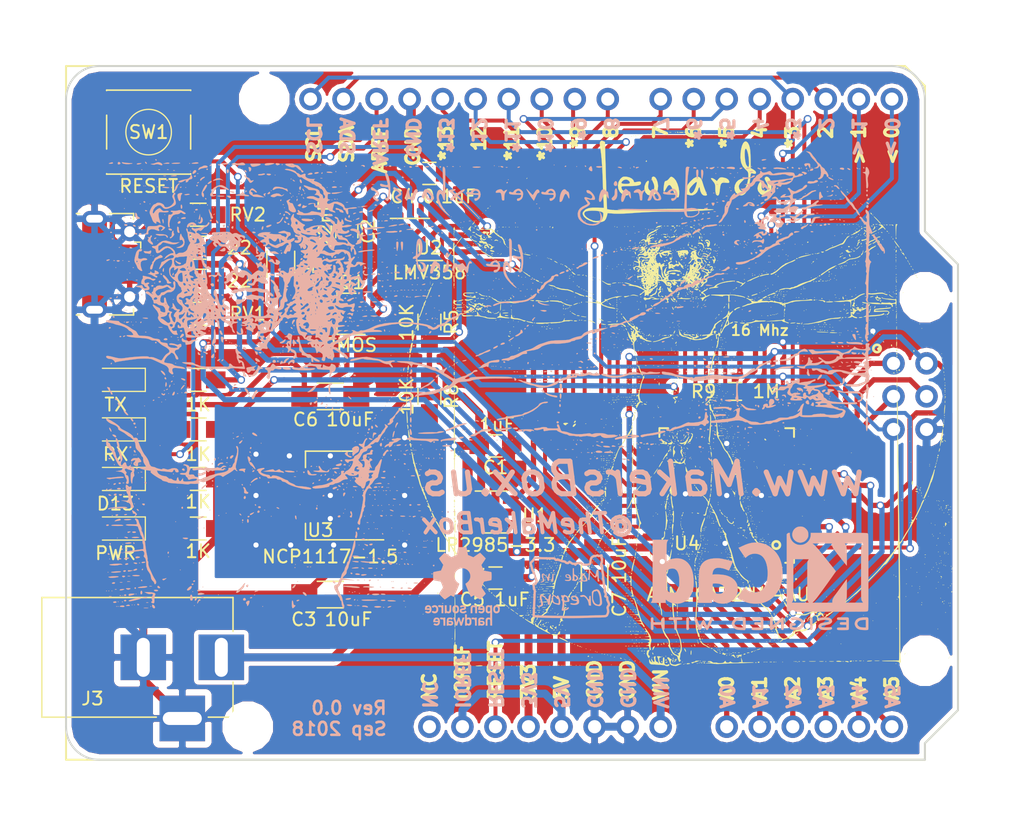
<source format=kicad_pcb>
(kicad_pcb (version 4) (host pcbnew 4.0.6)
  (title_block (title "Beetje 32U4 Blok") (date 2018-08-10) (rev 0.0) (company www.MakersBox.us) (comment 1 648.ken@gmail.com))
  (layers (0 F.Cu signal) (31 B.Cu signal) (34 B.Paste user) (35 F.Paste user) (36 B.SilkS user) (37 F.SilkS user) (38 B.Mask user) (39 F.Mask user) (44 Edge.Cuts user))
  (net 0 "")
  (net 1 GND)
  (net 2 /AREF)
  (net 3 VBUS)
  (net 4 /D4)
  (net 5 /D6)
  (net 6 /D8)
  (net 7 /D13)
  (net 8 /D12)
  (net 9 /D11)
  (net 10 /D10)
  (net 11 /D9)
  (net 12 /D7)
  (net 13 /SCL)
  (net 14 /SDA)
  (net 15 /D1)
  (net 16 /D0)
  (net 17 /A0)
  (net 18 /A1)
  (net 19 /A2)
  (net 20 /A3)
  (net 21 /A4)
  (net 22 /A5)
  (net 23 /SCK)
  (net 24 /MOSI)
  (net 25 /MISO)
  (net 26 /D5)
  (net 27 /RXLED)
  (net 28 /TXLED)
  (net 29 /~RESET)
  (net 30 /D+)
  (net 31 /D-)
  (net 32 "Net-(F1-Pad2)")
  (net 33 "Net-(D3-Pad1)")
  (net 34 +5V)
  (net 35 "Net-(C2-Pad1)")
  (net 36 /VIN)
  (net 37 +3V3)
  (net 38 "Net-(D1-Pad1)")
  (net 39 "Net-(D2-Pad1)")
  (net 40 "Net-(D4-Pad2)")
  (net 41 "Net-(D4-Pad1)")
  (net 42 "Net-(Q1-Pad1)")
  (net 43 "Net-(U1-Pad4)")
  (net 44 "Net-(U4-Pad2)")
  (net 45 "Net-(X1-Pad4)")
  (net 46 "Net-(R6-Pad2)")
  (net 47 "Net-(R7-Pad2)")
  (net 48 "Net-(R9-Pad1)")
  (net 49 "Net-(R9-Pad2)")
  (module LED_0805_HandSoldering (layer F.Cu) (at 110.49 100.33 180)
    (fp_text reference D2 hide)
    (fp_text value TX (at 0 -1.905 180) (layer F.SilkS))
    (pad 1 smd rect (at -1.35 0 180) (size 1.5 1.3) (layers F.Cu F.Paste F.Mask) (net 39 "Net-(D2-Pad1)"))
    (pad 2 smd rect (at 1.35 0 180) (size 1.5 1.3) (layers F.Cu F.Paste F.Mask) (net 34 +5V))
  )
  (module footprints:Leo_Front (layer F.Cu) (at 153.67 101.6)
    (fp_text reference G*** hide)
    (fp_text value LOGO hide)
  )
  (module footprints:Leo_back (layer B.Cu) (at 139.7 100.33 180)
    (fp_text reference G*** hide)
    (fp_text value LOGO hide)
  )
  (module footprints:graphic_SDA (layer F.Cu) (at 153.67 85.09)
    (fp_text reference G*** hide)
    (fp_text value LOGO hide)
  )
  (module Buttons_Switches_SMD:SW_SPST_PTS645 (layer F.Cu) (at 113.03 81.28)
    (fp_text reference SW1 (at 0 0) (layer F.SilkS))
    (fp_text value RESET (at 0 4.15) (layer F.SilkS))
    (pad 2 smd rect (at -3.98 2.25) (size 1.55 1.3) (layers F.Cu F.Paste F.Mask) (net 29 /~RESET))
    (pad 1 smd rect (at -3.98 -2.25) (size 1.55 1.3) (layers F.Cu F.Paste F.Mask) (net 1 GND))
    (pad 1 smd rect (at 3.98 -2.25) (size 1.55 1.3) (layers F.Cu F.Paste F.Mask) (net 1 GND))
    (pad 2 smd rect (at 3.98 2.25) (size 1.55 1.3) (layers F.Cu F.Paste F.Mask) (net 29 /~RESET))
  )
  (module footprints:Resonator_SMD_CTSC_1.3mmx3.2mm (layer F.Cu) (at 158.496 98.425)
    (fp_text reference Y1 hide)
    (fp_text value "16 Mhz" (at 1.524 -1.905) (layer F.SilkS) (effects (font (size 0.8 0.8))))
    (pad 1 smd rect (at -1.2 0) (size 0.4 1.8) (layers F.Cu F.Paste F.Mask) (net 49 "Net-(R9-Pad2)"))
    (pad 2 smd rect (at 0 0) (size 0.4 1.8) (layers F.Cu F.Paste F.Mask) (net 1 GND))
    (pad 3 smd rect (at 1.2 0) (size 0.4 1.8) (layers F.Cu F.Paste F.Mask) (net 48 "Net-(R9-Pad1)"))
  )
  (module Capacitors_SMD:C_0805_HandSoldering (layer F.Cu) (at 139.7 105.41)
    (fp_text reference C1 (at 0 1.651) (layer F.SilkS))
    (fp_text value 1uF (at 0.127 -1.651) (layer F.SilkS))
    (pad 1 smd rect (at -1.25 0) (size 1.5 1.25) (layers F.Cu F.Paste F.Mask) (net 34 +5V))
    (pad 2 smd rect (at 1.25 0) (size 1.5 1.25) (layers F.Cu F.Paste F.Mask) (net 1 GND))
  )
  (module Capacitors_SMD:C_0805_HandSoldering (layer F.Cu) (at 128.27 88.9 270)
    (fp_text reference C2 (at 0 -1.651 450) (layer F.SilkS))
    (fp_text value 22nF (at -0.508 1.651 270) (layer F.SilkS))
    (pad 1 smd rect (at -1.25 0 270) (size 1.5 1.25) (layers F.Cu F.Paste F.Mask) (net 35 "Net-(C2-Pad1)"))
    (pad 2 smd rect (at 1.25 0 270) (size 1.5 1.25) (layers F.Cu F.Paste F.Mask) (net 1 GND))
  )
  (module Capacitors_SMD:C_1206_HandSoldering (layer F.Cu) (at 127 116.84 180)
    (fp_text reference C3 (at 2.032 -1.905 180) (layer F.SilkS))
    (fp_text value 10uF (at -1.397 -1.905 180) (layer F.SilkS))
    (pad 1 smd rect (at -2 0 180) (size 2 1.6) (layers F.Cu F.Paste F.Mask) (net 36 /VIN))
    (pad 2 smd rect (at 2 0 180) (size 2 1.6) (layers F.Cu F.Paste F.Mask) (net 1 GND))
  )
  (module Capacitors_SMD:C_0805_HandSoldering (layer F.Cu) (at 134.62 84.455 180)
    (fp_text reference C4 (at 2.032 -1.778 180) (layer F.SilkS))
    (fp_text value 0.1uF (at -1.524 -1.778 180) (layer F.SilkS))
    (pad 1 smd rect (at -1.25 0 180) (size 1.5 1.25) (layers F.Cu F.Paste F.Mask) (net 34 +5V))
    (pad 2 smd rect (at 1.25 0 180) (size 1.5 1.25) (layers F.Cu F.Paste F.Mask) (net 1 GND))
  )
  (module Capacitors_SMD:C_0805_HandSoldering (layer F.Cu) (at 139.7 115.57 180)
    (fp_text reference C5 (at 1.778 -1.651 180) (layer F.SilkS))
    (fp_text value 1uF (at -1.27 -1.651 180) (layer F.SilkS))
    (pad 1 smd rect (at -1.25 0 180) (size 1.5 1.25) (layers F.Cu F.Paste F.Mask) (net 37 +3V3))
    (pad 2 smd rect (at 1.25 0 180) (size 1.5 1.25) (layers F.Cu F.Paste F.Mask) (net 1 GND))
  )
  (module Capacitors_SMD:C_1206_HandSoldering (layer F.Cu) (at 127 101.6)
    (fp_text reference C6 (at -1.905 1.778) (layer F.SilkS))
    (fp_text value 10uF (at 1.524 1.778) (layer F.SilkS))
    (pad 1 smd rect (at -2 0) (size 2 1.6) (layers F.Cu F.Paste F.Mask) (net 34 +5V))
    (pad 2 smd rect (at 2 0) (size 2 1.6) (layers F.Cu F.Paste F.Mask) (net 1 GND))
  )
  (module Connectors:BARREL_JACK (layer F.Cu) (at 118.618 121.666)
    (fp_text reference J3 (at -9.906 3.175 180) (layer F.SilkS))
    (fp_text value Barrel_Jack)
    (pad 1 thru_hole rect (at 0 0) (size 3.5 3.5) (drill oval 1 3) (layers *.Cu *.Mask) (net 36 /VIN))
    (pad 2 thru_hole rect (at -6 0) (size 3.5 3.5) (drill oval 1 3) (layers *.Cu *.Mask) (net 1 GND))
    (pad 3 thru_hole rect (at -3 4.7) (size 3.5 3.5) (drill oval 3 1) (layers *.Cu *.Mask) (net 1 GND))
  )
  (module TO_SOT_Packages_SMD:SOT-23 (layer F.Cu) (at 128.27 95.25 180)
    (fp_text reference Q1 (at -0.381 2.413 180) (layer F.SilkS))
    (fp_text value PMOS (at -0.254 -2.413 180) (layer F.SilkS))
    (pad 1 smd rect (at -1 -0.95 180) (size 0.9 0.8) (layers F.Cu F.Paste F.Mask) (net 42 "Net-(Q1-Pad1)"))
    (pad 2 smd rect (at -1 0.95 180) (size 0.9 0.8) (layers F.Cu F.Paste F.Mask) (net 34 +5V))
    (pad 3 smd rect (at 1 0 180) (size 0.9 0.8) (layers F.Cu F.Paste F.Mask) (net 3 VBUS))
  )
  (module Resistors_SMD:R_0805_HandSoldering (layer F.Cu) (at 116.84 95.25 180)
    (fp_text reference RV1 (at -3.81 0 180) (layer F.SilkS))
    (fp_text value Varistor)
    (pad 1 smd rect (at -1.35 0 180) (size 1.5 1.3) (layers F.Cu F.Paste F.Mask) (net 46 "Net-(R6-Pad2)"))
    (pad 2 smd rect (at 1.35 0 180) (size 1.5 1.3) (layers F.Cu F.Paste F.Mask) (net 1 GND))
  )
  (module Resistors_SMD:R_0805_HandSoldering (layer F.Cu) (at 116.84 87.63 180)
    (fp_text reference RV2 (at -3.81 0 180) (layer F.SilkS))
    (fp_text value Varistor)
    (pad 1 smd rect (at -1.35 0 180) (size 1.5 1.3) (layers F.Cu F.Paste F.Mask) (net 47 "Net-(R7-Pad2)"))
    (pad 2 smd rect (at 1.35 0 180) (size 1.5 1.3) (layers F.Cu F.Paste F.Mask) (net 1 GND))
  )
  (module TO_SOT_Packages_SMD:SOT-23-5 (layer F.Cu) (at 139.7 110.49)
    (fp_text reference U1 (at 3.048 0.254) (layer F.SilkS))
    (fp_text value LP2985-3.3 (at 0 2.54) (layer F.SilkS))
    (pad 1 smd rect (at -1.1 -0.95) (size 1.06 0.65) (layers F.Cu F.Paste F.Mask) (net 34 +5V))
    (pad 2 smd rect (at -1.1 0) (size 1.06 0.65) (layers F.Cu F.Paste F.Mask) (net 1 GND))
    (pad 3 smd rect (at -1.1 0.95) (size 1.06 0.65) (layers F.Cu F.Paste F.Mask) (net 34 +5V))
    (pad 4 smd rect (at 1.1 0.95) (size 1.06 0.65) (layers F.Cu F.Paste F.Mask) (net 43 "Net-(U1-Pad4)"))
    (pad 5 smd rect (at 1.1 -0.95) (size 1.06 0.65) (layers F.Cu F.Paste F.Mask) (net 37 +3V3))
  )
  (module Housings_SSOP:VSSOP-8_3.0x3.0mm_Pitch0.65mm (layer F.Cu) (at 134.62 89.535)
    (fp_text reference U2 (at 0 0.635) (layer F.SilkS))
    (fp_text value LMV358 (at 0 2.54) (layer F.SilkS))
    (pad 1 smd rect (at -2.2 -0.975 270) (size 0.45 1.45) (layers F.Cu F.Paste F.Mask) (net 42 "Net-(Q1-Pad1)"))
    (pad 2 smd rect (at -2.2 -0.325 270) (size 0.45 1.45) (layers F.Cu F.Paste F.Mask) (net 37 +3V3))
    (pad 3 smd rect (at -2.2 0.325 270) (size 0.45 1.45) (layers F.Cu F.Paste F.Mask) (net 35 "Net-(C2-Pad1)"))
    (pad 4 smd rect (at -2.2 0.975 270) (size 0.45 1.45) (layers F.Cu F.Paste F.Mask) (net 1 GND))
    (pad 5 smd rect (at 2.2 0.975 270) (size 0.45 1.45) (layers F.Cu F.Paste F.Mask) (net 7 /D13))
    (pad 6 smd rect (at 2.2 0.325 270) (size 0.45 1.45) (layers F.Cu F.Paste F.Mask) (net 40 "Net-(D4-Pad2)"))
    (pad 7 smd rect (at 2.2 -0.325 270) (size 0.45 1.45) (layers F.Cu F.Paste F.Mask) (net 40 "Net-(D4-Pad2)"))
    (pad 8 smd rect (at 2.2 -0.975 270) (size 0.45 1.45) (layers F.Cu F.Paste F.Mask) (net 34 +5V))
  )
  (module footprints:TQFP-44_10x10mm_Pitch0.8mm (layer F.Cu) (at 157.48 109.22 180)
    (fp_text reference U4 (at 3.048 -3.683 180) (layer F.SilkS))
    (fp_text value ATMEGA32U4-AU (at -0.127 -7.62 180) (layer F.SilkS))
    (pad 1 smd rect (at -5.7 -4 180) (size 1.5 0.55) (layers F.Cu F.Paste F.Mask) (net 12 /D7))
    (pad 2 smd rect (at -5.7 -3.2 180) (size 1.5 0.55) (layers F.Cu F.Paste F.Mask) (net 44 "Net-(U4-Pad2)"))
    (pad 3 smd rect (at -5.7 -2.4 180) (size 1.5 0.55) (layers F.Cu F.Paste F.Mask) (net 31 /D-))
    (pad 4 smd rect (at -5.7 -1.6 180) (size 1.5 0.55) (layers F.Cu F.Paste F.Mask) (net 30 /D+))
    (pad 5 smd rect (at -5.7 -0.8 180) (size 1.5 0.55) (layers F.Cu F.Paste F.Mask) (net 1 GND))
    (pad 6 smd rect (at -5.7 0 180) (size 1.5 0.55) (layers F.Cu F.Paste F.Mask) (net 34 +5V))
    (pad 7 smd rect (at -5.7 0.8 180) (size 1.5 0.55) (layers F.Cu F.Paste F.Mask) (net 3 VBUS))
    (pad 8 smd rect (at -5.7 1.6 180) (size 1.5 0.55) (layers F.Cu F.Paste F.Mask) (net 27 /RXLED))
    (pad 9 smd rect (at -5.7 2.4 180) (size 1.5 0.55) (layers F.Cu F.Paste F.Mask) (net 23 /SCK))
    (pad 10 smd rect (at -5.7 3.2 180) (size 1.5 0.55) (layers F.Cu F.Paste F.Mask) (net 24 /MOSI))
    (pad 11 smd rect (at -5.7 4 180) (size 1.5 0.55) (layers F.Cu F.Paste F.Mask) (net 25 /MISO))
    (pad 12 smd rect (at -4 5.7 270) (size 1.5 0.55) (layers F.Cu F.Paste F.Mask) (net 9 /D11))
    (pad 13 smd rect (at -3.2 5.7 270) (size 1.5 0.55) (layers F.Cu F.Paste F.Mask) (net 29 /~RESET))
    (pad 14 smd rect (at -2.4 5.7 270) (size 1.5 0.55) (layers F.Cu F.Paste F.Mask) (net 34 +5V))
    (pad 15 smd rect (at -1.6 5.7 270) (size 1.5 0.55) (layers F.Cu F.Paste F.Mask) (net 1 GND))
    (pad 16 smd rect (at -0.8 5.7 270) (size 1.5 0.55) (layers F.Cu F.Paste F.Mask) (net 48 "Net-(R9-Pad1)"))
    (pad 17 smd rect (at 0 5.7 270) (size 1.5 0.55) (layers F.Cu F.Paste F.Mask) (net 49 "Net-(R9-Pad2)"))
    (pad 18 smd rect (at 0.8 5.7 270) (size 1.5 0.55) (layers F.Cu F.Paste F.Mask) (net 13 /SCL))
    (pad 19 smd rect (at 1.6 5.7 270) (size 1.5 0.55) (layers F.Cu F.Paste F.Mask) (net 14 /SDA))
    (pad 20 smd rect (at 2.4 5.7 270) (size 1.5 0.55) (layers F.Cu F.Paste F.Mask) (net 16 /D0))
    (pad 21 smd rect (at 3.2 5.7 270) (size 1.5 0.55) (layers F.Cu F.Paste F.Mask) (net 15 /D1))
    (pad 22 smd rect (at 4 5.7 270) (size 1.5 0.55) (layers F.Cu F.Paste F.Mask) (net 28 /TXLED))
    (pad 23 smd rect (at 5.7 4 180) (size 1.5 0.55) (layers F.Cu F.Paste F.Mask) (net 1 GND))
    (pad 24 smd rect (at 5.7 3.2 180) (size 1.5 0.55) (layers F.Cu F.Paste F.Mask) (net 34 +5V))
    (pad 25 smd rect (at 5.7 2.4 180) (size 1.5 0.55) (layers F.Cu F.Paste F.Mask) (net 4 /D4))
    (pad 26 smd rect (at 5.7 1.6 180) (size 1.5 0.55) (layers F.Cu F.Paste F.Mask) (net 8 /D12))
    (pad 27 smd rect (at 5.7 0.8 180) (size 1.5 0.55) (layers F.Cu F.Paste F.Mask) (net 5 /D6))
    (pad 28 smd rect (at 5.7 0 180) (size 1.5 0.55) (layers F.Cu F.Paste F.Mask) (net 6 /D8))
    (pad 29 smd rect (at 5.7 -0.8 180) (size 1.5 0.55) (layers F.Cu F.Paste F.Mask) (net 11 /D9))
    (pad 30 smd rect (at 5.7 -1.6 180) (size 1.5 0.55) (layers F.Cu F.Paste F.Mask) (net 10 /D10))
    (pad 31 smd rect (at 5.7 -2.4 180) (size 1.5 0.55) (layers F.Cu F.Paste F.Mask) (net 26 /D5))
    (pad 32 smd rect (at 5.7 -3.2 180) (size 1.5 0.55) (layers F.Cu F.Paste F.Mask) (net 7 /D13))
    (pad 33 smd rect (at 5.7 -4 180) (size 1.5 0.55) (layers F.Cu F.Paste F.Mask) (net 34 +5V))
    (pad 34 smd rect (at 4 -5.7 270) (size 1.5 0.55) (layers F.Cu F.Paste F.Mask) (net 34 +5V))
    (pad 35 smd rect (at 3.2 -5.7 270) (size 1.5 0.55) (layers F.Cu F.Paste F.Mask) (net 1 GND))
    (pad 36 smd rect (at 2.4 -5.7 270) (size 1.5 0.55) (layers F.Cu F.Paste F.Mask) (net 17 /A0))
    (pad 37 smd rect (at 1.6 -5.7 270) (size 1.5 0.55) (layers F.Cu F.Paste F.Mask) (net 18 /A1))
    (pad 38 smd rect (at 0.8 -5.7 270) (size 1.5 0.55) (layers F.Cu F.Paste F.Mask) (net 19 /A2))
    (pad 39 smd rect (at 0 -5.7 270) (size 1.5 0.55) (layers F.Cu F.Paste F.Mask) (net 20 /A3))
    (pad 40 smd rect (at -0.8 -5.7 270) (size 1.5 0.55) (layers F.Cu F.Paste F.Mask) (net 21 /A4))
    (pad 41 smd rect (at -1.6 -5.7 270) (size 1.5 0.55) (layers F.Cu F.Paste F.Mask) (net 22 /A5))
    (pad 42 smd rect (at -2.4 -5.7 270) (size 1.5 0.55) (layers F.Cu F.Paste F.Mask) (net 2 /AREF))
    (pad 43 smd rect (at -3.2 -5.7 270) (size 1.5 0.55) (layers F.Cu F.Paste F.Mask) (net 1 GND))
    (pad 44 smd rect (at -4 -5.7 270) (size 1.5 0.55) (layers F.Cu F.Paste F.Mask) (net 34 +5V))
  )
  (module footprints:USB_Micro-B_Molex-105017-0001 (layer F.Cu) (at 109.22 91.44 270)
    (fp_text reference X1 hide)
    (fp_text value USB_OTG)
    (pad 6 smd rect (at 1 0.35 270) (size 1.5 1.9) (layers F.Cu F.Paste F.Mask) (net 1 GND))
    (pad 6 thru_hole circle (at -2.5 -2.35 270) (size 1.45 1.45) (drill 0.85) (layers *.Cu *.Mask) (net 1 GND))
    (pad 2 smd rect (at -0.65 -2.35 270) (size 0.4 1.35) (layers F.Cu F.Paste F.Mask) (net 47 "Net-(R7-Pad2)"))
    (pad 1 smd rect (at -1.3 -2.35 270) (size 0.4 1.35) (layers F.Cu F.Paste F.Mask) (net 32 "Net-(F1-Pad2)"))
    (pad 5 smd rect (at 1.3 -2.35 270) (size 0.4 1.35) (layers F.Cu F.Paste F.Mask) (net 1 GND))
    (pad 4 smd rect (at 0.65 -2.35 270) (size 0.4 1.35) (layers F.Cu F.Paste F.Mask) (net 45 "Net-(X1-Pad4)"))
    (pad 3 smd rect (at 0 -2.35 270) (size 0.4 1.35) (layers F.Cu F.Paste F.Mask) (net 46 "Net-(R6-Pad2)"))
    (pad 6 thru_hole circle (at 2.5 -2.35 270) (size 1.45 1.45) (drill 0.85) (layers *.Cu *.Mask) (net 1 GND))
    (pad 6 smd rect (at -1 0.35 270) (size 1.5 1.9) (layers F.Cu F.Paste F.Mask) (net 1 GND))
    (pad 6 thru_hole oval (at -3.5 0.35 90) (size 1.2 1.9) (drill oval 0.6 1.3) (layers *.Cu *.Mask) (net 1 GND))
    (pad 6 thru_hole oval (at 3.5 0.35 270) (size 1.2 1.9) (drill oval 0.6 1.3) (layers *.Cu *.Mask) (net 1 GND))
    (pad 6 smd rect (at 2.9 0.35 270) (size 1.2 1.9) (layers F.Cu F.Mask) (net 1 GND))
    (pad 6 smd rect (at -2.9 0.35 270) (size 1.2 1.9) (layers F.Cu F.Mask) (net 1 GND))
  )
  (module footprints:Arduino_Leonardo_Shield (layer F.Cu) (at 106.68 129.54)
    (fp_text reference XA1 hide)
    (fp_text value Arduino_Leonardo_Shield)
    (fp_text user . (at 62.484 -32.004) (layer F.SilkS))
    (pad RST2 thru_hole oval (at 63.627 -25.4) (size 1.7272 1.7272) (drill 1.016) (layers *.Cu *.Mask) (net 29 /~RESET))
    (pad GND4 thru_hole oval (at 66.167 -25.4) (size 1.7272 1.7272) (drill 1.016) (layers *.Cu *.Mask) (net 1 GND))
    (pad MOSI thru_hole oval (at 66.167 -27.94) (size 1.7272 1.7272) (drill 1.016) (layers *.Cu *.Mask) (net 24 /MOSI))
    (pad SCK thru_hole oval (at 63.627 -27.94) (size 1.7272 1.7272) (drill 1.016) (layers *.Cu *.Mask) (net 23 /SCK))
    (pad 5V2 thru_hole oval (at 66.167 -30.48) (size 1.7272 1.7272) (drill 1.016) (layers *.Cu *.Mask) (net 34 +5V))
    (pad A0 thru_hole oval (at 50.8 -2.54) (size 1.7272 1.7272) (drill 1.016) (layers *.Cu *.Mask) (net 17 /A0))
    (pad VIN thru_hole oval (at 45.72 -2.54) (size 1.7272 1.7272) (drill 1.016) (layers *.Cu *.Mask) (net 36 /VIN))
    (pad GND3 thru_hole oval (at 43.18 -2.54) (size 1.7272 1.7272) (drill 1.016) (layers *.Cu *.Mask) (net 1 GND))
    (pad GND2 thru_hole oval (at 40.64 -2.54) (size 1.7272 1.7272) (drill 1.016) (layers *.Cu *.Mask) (net 1 GND))
    (pad 5V1 thru_hole oval (at 38.1 -2.54) (size 1.7272 1.7272) (drill 1.016) (layers *.Cu *.Mask) (net 34 +5V))
    (pad 3V3 thru_hole oval (at 35.56 -2.54) (size 1.7272 1.7272) (drill 1.016) (layers *.Cu *.Mask) (net 37 +3V3))
    (pad RST1 thru_hole oval (at 33.02 -2.54) (size 1.7272 1.7272) (drill 1.016) (layers *.Cu *.Mask) (net 29 /~RESET))
    (pad IORF thru_hole oval (at 30.48 -2.54) (size 1.7272 1.7272) (drill 1.016) (layers *.Cu *.Mask) (net 34 +5V))
    (pad D0 thru_hole oval (at 63.5 -50.8) (size 1.7272 1.7272) (drill 1.016) (layers *.Cu *.Mask) (net 16 /D0))
    (pad D1 thru_hole oval (at 60.96 -50.8) (size 1.7272 1.7272) (drill 1.016) (layers *.Cu *.Mask) (net 15 /D1))
    (pad D2 thru_hole oval (at 58.42 -50.8) (size 1.7272 1.7272) (drill 1.016) (layers *.Cu *.Mask) (net 14 /SDA))
    (pad D3 thru_hole oval (at 55.88 -50.8) (size 1.7272 1.7272) (drill 1.016) (layers *.Cu *.Mask) (net 13 /SCL))
    (pad D4 thru_hole oval (at 53.34 -50.8) (size 1.7272 1.7272) (drill 1.016) (layers *.Cu *.Mask) (net 4 /D4))
    (pad D5 thru_hole oval (at 50.8 -50.8) (size 1.7272 1.7272) (drill 1.016) (layers *.Cu *.Mask) (net 26 /D5))
    (pad D6 thru_hole oval (at 48.26 -50.8) (size 1.7272 1.7272) (drill 1.016) (layers *.Cu *.Mask) (net 5 /D6))
    (pad D7 thru_hole oval (at 45.72 -50.8) (size 1.7272 1.7272) (drill 1.016) (layers *.Cu *.Mask) (net 12 /D7))
    (pad GND1 thru_hole oval (at 26.416 -50.8) (size 1.7272 1.7272) (drill 1.016) (layers *.Cu *.Mask) (net 1 GND))
    (pad D8 thru_hole oval (at 41.656 -50.8) (size 1.7272 1.7272) (drill 1.016) (layers *.Cu *.Mask) (net 6 /D8))
    (pad D9 thru_hole oval (at 39.116 -50.8) (size 1.7272 1.7272) (drill 1.016) (layers *.Cu *.Mask) (net 11 /D9))
    (pad D10 thru_hole oval (at 36.576 -50.8) (size 1.7272 1.7272) (drill 1.016) (layers *.Cu *.Mask) (net 10 /D10))
    (pad "" np_thru_hole circle (at 66.04 -7.62) (size 3.2 3.2) (drill 3.2) (layers *.Cu *.Mask))
    (pad "" np_thru_hole circle (at 66.04 -35.56) (size 3.2 3.2) (drill 3.2) (layers *.Cu *.Mask))
    (pad "" np_thru_hole circle (at 15.24 -50.8) (size 3.2 3.2) (drill 3.2) (layers *.Cu *.Mask))
    (pad "" np_thru_hole circle (at 13.97 -2.54) (size 3.2 3.2) (drill 3.2) (layers *.Cu *.Mask))
    (pad SCL thru_hole oval (at 18.796 -50.8) (size 1.7272 1.7272) (drill 1.016) (layers *.Cu *.Mask) (net 13 /SCL))
    (pad SDA thru_hole oval (at 21.336 -50.8) (size 1.7272 1.7272) (drill 1.016) (layers *.Cu *.Mask) (net 14 /SDA))
    (pad AREF thru_hole oval (at 23.876 -50.8) (size 1.7272 1.7272) (drill 1.016) (layers *.Cu *.Mask) (net 2 /AREF))
    (pad D13 thru_hole oval (at 28.956 -50.8) (size 1.7272 1.7272) (drill 1.016) (layers *.Cu *.Mask) (net 7 /D13))
    (pad D12 thru_hole oval (at 31.496 -50.8) (size 1.7272 1.7272) (drill 1.016) (layers *.Cu *.Mask) (net 8 /D12))
    (pad D11 thru_hole oval (at 34.036 -50.8) (size 1.7272 1.7272) (drill 1.016) (layers *.Cu *.Mask) (net 9 /D11))
    (pad "" thru_hole oval (at 27.94 -2.54) (size 1.7272 1.7272) (drill 1.016) (layers *.Cu *.Mask))
    (pad A1 thru_hole oval (at 53.34 -2.54) (size 1.7272 1.7272) (drill 1.016) (layers *.Cu *.Mask) (net 18 /A1))
    (pad A2 thru_hole oval (at 55.88 -2.54) (size 1.7272 1.7272) (drill 1.016) (layers *.Cu *.Mask) (net 19 /A2))
    (pad A3 thru_hole oval (at 58.42 -2.54) (size 1.7272 1.7272) (drill 1.016) (layers *.Cu *.Mask) (net 20 /A3))
    (pad A4 thru_hole oval (at 60.96 -2.54) (size 1.7272 1.7272) (drill 1.016) (layers *.Cu *.Mask) (net 21 /A4))
    (pad A5 thru_hole oval (at 63.5 -2.54) (size 1.7272 1.7272) (drill 1.016) (layers *.Cu *.Mask) (net 22 /A5))
    (pad MISO thru_hole oval (at 63.627 -30.48) (size 1.7272 1.7272) (drill 1.016) (layers *.Cu *.Mask) (net 25 /MISO))
  )
  (module TO_SOT_Packages_SMD:SOT-223-3_TabPin2 (layer F.Cu) (at 127 109.22 180)
    (fp_text reference U3 (at 0.762 -2.667 180) (layer F.SilkS))
    (fp_text value NCP1117-1.5 (at 0 -4.699 180) (layer F.SilkS))
    (pad 2 smd rect (at 3.15 0 180) (size 2 3.8) (layers F.Cu F.Paste F.Mask) (net 34 +5V))
    (pad 2 smd rect (at -3.15 0 180) (size 2 1.5) (layers F.Cu F.Paste F.Mask) (net 34 +5V))
    (pad 3 smd rect (at -3.15 2.3 180) (size 2 1.5) (layers F.Cu F.Paste F.Mask) (net 36 /VIN))
    (pad 1 smd rect (at -3.15 -2.3 180) (size 2 1.5) (layers F.Cu F.Paste F.Mask) (net 1 GND))
  )
  (module Resistors_SMD:R_1206_HandSoldering (layer F.Cu) (at 123.19 91.44 90)
    (fp_text reference F1 (at -0.762 2.032 270) (layer F.SilkS))
    (fp_text value Polyfuse)
    (pad 1 smd rect (at -2 0 90) (size 2 1.7) (layers F.Cu F.Paste F.Mask) (net 3 VBUS))
    (pad 2 smd rect (at 2 0 90) (size 2 1.7) (layers F.Cu F.Paste F.Mask) (net 32 "Net-(F1-Pad2)"))
  )
  (module Resistors_SMD:R_0805_HandSoldering (layer F.Cu) (at 134.62 101.6 270)
    (fp_text reference R8 (at 0 -1.7 270) (layer F.SilkS))
    (fp_text value 10K (at 0 1.75 270) (layer F.SilkS))
    (pad 1 smd rect (at -1.35 0 270) (size 1.5 1.3) (layers F.Cu F.Paste F.Mask) (net 35 "Net-(C2-Pad1)"))
    (pad 2 smd rect (at 1.35 0 270) (size 1.5 1.3) (layers F.Cu F.Paste F.Mask) (net 36 /VIN))
  )
  (module Resistors_SMD:R_0805_HandSoldering (layer F.Cu) (at 134.62 95.885 270)
    (fp_text reference R5 (at 0 -1.7 270) (layer F.SilkS))
    (fp_text value 10K (at 0 1.75 270) (layer F.SilkS))
    (pad 1 smd rect (at -1.35 0 270) (size 1.5 1.3) (layers F.Cu F.Paste F.Mask) (net 1 GND))
    (pad 2 smd rect (at 1.35 0 270) (size 1.5 1.3) (layers F.Cu F.Paste F.Mask) (net 35 "Net-(C2-Pad1)"))
  )
  (module Resistors_SMD:R_0805_HandSoldering (layer F.Cu) (at 116.84 111.76)
    (fp_text reference R1 hide)
    (fp_text value 1K (at 0 1.75) (layer F.SilkS))
    (pad 1 smd rect (at -1.35 0) (size 1.5 1.3) (layers F.Cu F.Paste F.Mask) (net 38 "Net-(D1-Pad1)"))
    (pad 2 smd rect (at 1.35 0) (size 1.5 1.3) (layers F.Cu F.Paste F.Mask) (net 1 GND))
  )
  (module Resistors_SMD:R_0805_HandSoldering (layer F.Cu) (at 116.84 92.71 180)
    (fp_text reference R6 hide)
    (fp_text value 22 (at -3.175 0 180) (layer F.SilkS))
    (pad 1 smd rect (at -1.35 0 180) (size 1.5 1.3) (layers F.Cu F.Paste F.Mask) (net 30 /D+))
    (pad 2 smd rect (at 1.35 0 180) (size 1.5 1.3) (layers F.Cu F.Paste F.Mask) (net 46 "Net-(R6-Pad2)"))
  )
  (module Resistors_SMD:R_0805_HandSoldering (layer F.Cu) (at 116.84 90.17 180)
    (fp_text reference R7 hide)
    (fp_text value 22 (at -3.175 0 180) (layer F.SilkS))
    (pad 1 smd rect (at -1.35 0 180) (size 1.5 1.3) (layers F.Cu F.Paste F.Mask) (net 31 /D-))
    (pad 2 smd rect (at 1.35 0 180) (size 1.5 1.3) (layers F.Cu F.Paste F.Mask) (net 47 "Net-(R7-Pad2)"))
  )
  (module Resistors_SMD:R_0805_HandSoldering (layer F.Cu) (at 116.84 100.33 180)
    (fp_text reference R2 hide)
    (fp_text value 1K (at 0 -1.905 180) (layer F.SilkS))
    (pad 1 smd rect (at -1.35 0 180) (size 1.5 1.3) (layers F.Cu F.Paste F.Mask) (net 28 /TXLED))
    (pad 2 smd rect (at 1.35 0 180) (size 1.5 1.3) (layers F.Cu F.Paste F.Mask) (net 39 "Net-(D2-Pad1)"))
  )
  (module Resistors_SMD:R_0805_HandSoldering (layer F.Cu) (at 116.84 104.14 180)
    (fp_text reference R3 hide)
    (fp_text value 1K (at 0 -1.905 180) (layer F.SilkS))
    (pad 1 smd rect (at -1.35 0 180) (size 1.5 1.3) (layers F.Cu F.Paste F.Mask) (net 27 /RXLED))
    (pad 2 smd rect (at 1.35 0 180) (size 1.5 1.3) (layers F.Cu F.Paste F.Mask) (net 33 "Net-(D3-Pad1)"))
  )
  (module Resistors_SMD:R_0805_HandSoldering (layer F.Cu) (at 116.84 107.95)
    (fp_text reference R4 hide)
    (fp_text value 1K (at 0 1.75) (layer F.SilkS))
    (pad 1 smd rect (at -1.35 0) (size 1.5 1.3) (layers F.Cu F.Paste F.Mask) (net 41 "Net-(D4-Pad1)"))
    (pad 2 smd rect (at 1.35 0) (size 1.5 1.3) (layers F.Cu F.Paste F.Mask) (net 1 GND))
  )
  (module Resistors_SMD:R_0603 (layer F.Cu) (at 158.115 101.219 180)
    (fp_text reference R9 (at 2.413 0 180) (layer F.SilkS))
    (fp_text value 1M (at -2.413 0 180) (layer F.SilkS))
    (pad 1 smd rect (at -0.75 0 180) (size 0.5 0.9) (layers F.Cu F.Paste F.Mask) (net 48 "Net-(R9-Pad1)"))
    (pad 2 smd rect (at 0.75 0 180) (size 0.5 0.9) (layers F.Cu F.Paste F.Mask) (net 49 "Net-(R9-Pad2)"))
  )
  (module Symbols:KiCad-Logo2_8mm_SilkScreen (layer B.Cu) (at 160.02 115.57 180)
    (fp_text reference REF*** hide)
    (fp_text value KiCad-Logo2_8mm_SilkScreen hide)
  )
  (module footprints:MadeInOregonRev25 (layer F.Cu) (at 145.415 116.205)
    (fp_text reference VAL hide)
    (fp_text value MadeInOregonRev25 hide)
  )
  (module Symbols:OSHW-Logo_5.7x6mm_SilkScreen (layer B.Cu) (at 137.16 116.205 180)
    (fp_text reference REF*** hide)
    (fp_text value OSHW-Logo_5.7x6mm_SilkScreen hide)
  )
  (module footprints:C_1206_HandSoldering (layer F.Cu) (at 147.32 115.57 270)
    (fp_text reference C7 (at 2.032 -1.905 270) (layer F.SilkS))
    (fp_text value 10uF (at -1.397 -1.905 270) (layer F.SilkS))
    (pad 1 smd rect (at -2 0 270) (size 2 1.6) (layers F.Cu F.Paste F.Mask) (net 34 +5V))
    (pad 2 smd rect (at 2 0 270) (size 2 1.6) (layers F.Cu F.Paste F.Mask) (net 1 GND))
  )
  (module footprints:graphic_SDA (layer B.Cu) (at 142.875 88.646 180)
    (fp_text reference G*** hide)
    (fp_text value LOGO hide)
  )
  (module footprints:LED_0805_HandSoldering (layer F.Cu) (at 110.49 104.14 180)
    (fp_text reference D3 hide)
    (fp_text value RX (at 0 -1.905 180) (layer F.SilkS))
    (pad 1 smd rect (at -1.35 0 180) (size 1.5 1.3) (layers F.Cu F.Paste F.Mask) (net 33 "Net-(D3-Pad1)"))
    (pad 2 smd rect (at 1.35 0 180) (size 1.5 1.3) (layers F.Cu F.Paste F.Mask) (net 34 +5V))
  )
  (module footprints:LED_0805_HandSoldering (layer F.Cu) (at 110.49 107.95 180)
    (fp_text reference D4 hide)
    (fp_text value D13 (at 0 -1.905 180) (layer F.SilkS))
    (pad 1 smd rect (at -1.35 0 180) (size 1.5 1.3) (layers F.Cu F.Paste F.Mask) (net 41 "Net-(D4-Pad1)"))
    (pad 2 smd rect (at 1.35 0 180) (size 1.5 1.3) (layers F.Cu F.Paste F.Mask) (net 40 "Net-(D4-Pad2)"))
  )
  (module footprints:LED_0805_HandSoldering (layer F.Cu) (at 110.49 111.76 180)
    (fp_text reference D1 hide)
    (fp_text value PWR (at 0 -1.905 180) (layer F.SilkS))
    (pad 1 smd rect (at -1.35 0 180) (size 1.5 1.3) (layers F.Cu F.Paste F.Mask) (net 38 "Net-(D1-Pad1)"))
    (pad 2 smd rect (at 1.35 0 180) (size 1.5 1.3) (layers F.Cu F.Paste F.Mask) (net 34 +5V))
  )
  (gr_circle (center 169.037 97.917) (end 168.91 97.663) (layer F.SilkS) (width 0.2))
  (gr_text SCL (at 125.73 80.01 270) (layer B.SilkS) (effects (font (size 1 1) (thickness 0.25)) (justify right mirror)))
  (gr_text SDA (at 128.27 80.01 270) (layer B.SilkS) (effects (font (size 1 1) (thickness 0.25)) (justify right mirror)))
  (gr_text AREF (at 130.81 80.01 270) (layer B.SilkS) (effects (font (size 1 1) (thickness 0.25)) (justify right mirror)))
  (gr_text GND (at 133.35 80.01 270) (layer B.SilkS) (effects (font (size 1 1) (thickness 0.25)) (justify right mirror)))
  (gr_text *13 (at 135.89 80.01 270) (layer B.SilkS) (effects (font (size 1 1) (thickness 0.25)) (justify right mirror)))
  (gr_text 12 (at 138.43 80.01 270) (layer B.SilkS) (effects (font (size 1 1) (thickness 0.25)) (justify right mirror)))
  (gr_text *11 (at 140.97 80.01 270) (layer B.SilkS) (effects (font (size 1 1) (thickness 0.25)) (justify right mirror)))
  (gr_text *10 (at 143.51 80.01 270) (layer B.SilkS) (effects (font (size 1 1) (thickness 0.25)) (justify right mirror)))
  (gr_text *9 (at 146.05 80.01 270) (layer B.SilkS) (effects (font (size 1 1) (thickness 0.25)) (justify right mirror)))
  (gr_text 8 (at 148.59 80.01 270) (layer B.SilkS) (effects (font (size 1 1) (thickness 0.25)) (justify right mirror)))
  (gr_text 7 (at 152.4 80.01 270) (layer B.SilkS) (effects (font (size 1 1) (thickness 0.25)) (justify right mirror)))
  (gr_text *6 (at 154.94 80.01 270) (layer B.SilkS) (effects (font (size 1 1) (thickness 0.25)) (justify right mirror)))
  (gr_text *5 (at 157.48 80.01 270) (layer B.SilkS) (effects (font (size 1 1) (thickness 0.25)) (justify right mirror)))
  (gr_text 4 (at 160.02 80.01 270) (layer B.SilkS) (effects (font (size 1 1) (thickness 0.25)) (justify right mirror)))
  (gr_text *3 (at 162.56 80.01 270) (layer B.SilkS) (effects (font (size 1 1) (thickness 0.25)) (justify right mirror)))
  (gr_text 2 (at 165.1 80.01 270) (layer B.SilkS) (effects (font (size 1 1) (thickness 0.25)) (justify right mirror)))
  (gr_text "> 1" (at 167.64 80.01 270) (layer B.SilkS) (effects (font (size 1 1) (thickness 0.25)) (justify right mirror)))
  (gr_text "< 0" (at 170.18 80.01 270) (layer B.SilkS) (effects (font (size 1 1) (thickness 0.25)) (justify right mirror)))
  (gr_text A5 (at 170.18 125.73 270) (layer B.SilkS) (effects (font (size 1 1) (thickness 0.25)) (justify left mirror)))
  (gr_text A4 (at 167.64 125.73 270) (layer B.SilkS) (effects (font (size 1 1) (thickness 0.25)) (justify left mirror)))
  (gr_text A3 (at 165.1 125.73 270) (layer B.SilkS) (effects (font (size 1 1) (thickness 0.25)) (justify left mirror)))
  (gr_text A2 (at 162.56 125.73 270) (layer B.SilkS) (effects (font (size 1 1) (thickness 0.25)) (justify left mirror)))
  (gr_text A1 (at 160.02 125.73 270) (layer B.SilkS) (effects (font (size 1 1) (thickness 0.25)) (justify left mirror)))
  (gr_text A0 (at 157.48 125.73 270) (layer B.SilkS) (effects (font (size 1 1) (thickness 0.25)) (justify left mirror)))
  (gr_text VIN (at 152.4 125.73 270) (layer B.SilkS) (effects (font (size 1 1) (thickness 0.25)) (justify left mirror)))
  (gr_text GND (at 149.86 125.73 270) (layer B.SilkS) (effects (font (size 1 1) (thickness 0.25)) (justify left mirror)))
  (gr_text GND (at 147.32 125.73 270) (layer B.SilkS) (effects (font (size 1 1) (thickness 0.25)) (justify left mirror)))
  (gr_text 5V (at 144.78 125.73 270) (layer B.SilkS) (effects (font (size 1 1) (thickness 0.25)) (justify left mirror)))
  (gr_text 3V3 (at 142.24 125.73 270) (layer B.SilkS) (effects (font (size 1 1) (thickness 0.25)) (justify left mirror)))
  (gr_text RESET (at 139.7 125.73 270) (layer B.SilkS) (effects (font (size 1 1) (thickness 0.25)) (justify left mirror)))
  (gr_text IOREF (at 137.16 125.73 270) (layer B.SilkS) (effects (font (size 1 1) (thickness 0.25)) (justify left mirror)))
  (gr_text NC (at 134.62 125.73 270) (layer B.SilkS) (effects (font (size 1 1) (thickness 0.25)) (justify left mirror)))
  (gr_text NC (at 134.62 125.095 90) (layer F.SilkS) (effects (font (size 1 1) (thickness 0.25)) (justify left)))
  (gr_text "Rev 0.0\nSep 2018" (at 131.445 126.365) (layer B.SilkS) (effects (font (size 1 1) (thickness 0.2)) (justify left mirror)))
  (gr_text @TheMakerBox (at 142.24 111.379) (layer B.SilkS) (effects (font (size 1.5 1.5) (thickness 0.3) italic) (justify mirror)))
  (gr_text www.MakersBox.us (at 151.13 107.95) (layer B.SilkS) (effects (font (size 2.5 2.5) (thickness 0.4) italic) (justify mirror)))
  (gr_line (start 109.22 76.2) (end 170.18 76.2) (angle 90) (layer Edge.Cuts) (width 0.15))
  (gr_line (start 106.68 127) (end 106.68 78.74) (angle 90) (layer Edge.Cuts) (width 0.15))
  (gr_line (start 172.72 129.54) (end 109.22 129.54) (angle 90) (layer Edge.Cuts) (width 0.15))
  (gr_line (start 172.72 128.27) (end 172.72 129.54) (angle 90) (layer Edge.Cuts) (width 0.15))
  (gr_line (start 175.26 125.73) (end 172.72 128.27) (angle 90) (layer Edge.Cuts) (width 0.15))
  (gr_line (start 175.26 91.44) (end 175.26 125.73) (angle 90) (layer Edge.Cuts) (width 0.15))
  (gr_line (start 172.72 88.9) (end 175.26 91.44) (angle 90) (layer Edge.Cuts) (width 0.15))
  (gr_line (start 172.72 78.74) (end 172.72 88.9) (angle 90) (layer Edge.Cuts) (width 0.15))
  (gr_arc (start 170.18 78.74) (end 170.18 76.2) (angle 90) (layer Edge.Cuts) (width 0.15))
  (gr_arc (start 109.22 127) (end 109.22 129.54) (angle 90) (layer Edge.Cuts) (width 0.15))
  (gr_arc (start 109.22 78.74) (end 106.68 78.74) (angle 90) (layer Edge.Cuts) (width 0.15))
  (gr_text A5 (at 170.18 125.095 90) (layer F.SilkS) (effects (font (size 1 1) (thickness 0.25)) (justify left)))
  (gr_text A4 (at 167.64 125.095 90) (layer F.SilkS) (effects (font (size 1 1) (thickness 0.25)) (justify left)))
  (gr_text A3 (at 165.1 125.095 90) (layer F.SilkS) (effects (font (size 1 1) (thickness 0.25)) (justify left)))
  (gr_text A2 (at 162.56 125.095 90) (layer F.SilkS) (effects (font (size 1 1) (thickness 0.25)) (justify left)))
  (gr_text A1 (at 160.02 125.095 90) (layer F.SilkS) (effects (font (size 1 1) (thickness 0.25)) (justify left)))
  (gr_text A0 (at 157.48 125.095 90) (layer F.SilkS) (effects (font (size 1 1) (thickness 0.25)) (justify left)))
  (gr_text VIN (at 152.4 125.095 90) (layer F.SilkS) (effects (font (size 1 1) (thickness 0.25)) (justify left)))
  (gr_text GND (at 149.86 125.095 90) (layer F.SilkS) (effects (font (size 1 1) (thickness 0.25)) (justify left)))
  (gr_text GND (at 147.32 125.095 90) (layer F.SilkS) (effects (font (size 1 1) (thickness 0.25)) (justify left)))
  (gr_text 3V3 (at 142.24 125.095 90) (layer F.SilkS) (effects (font (size 1 1) (thickness 0.25)) (justify left)))
  (gr_text RESET (at 139.7 125.095 90) (layer F.SilkS) (effects (font (size 1 1) (thickness 0.25)) (justify left)))
  (gr_text 5V (at 144.78 125.095 90) (layer F.SilkS) (effects (font (size 1 1) (thickness 0.25)) (justify left)))
  (gr_text IOREF (at 137.16 125.095 90) (layer F.SilkS) (effects (font (size 1 1) (thickness 0.25)) (justify left)))
  (gr_text "< 0" (at 170.18 80.645 90) (layer F.SilkS) (effects (font (size 1 1) (thickness 0.25)) (justify right)))
  (gr_text "> 1" (at 167.64 80.645 90) (layer F.SilkS) (effects (font (size 1 1) (thickness 0.25)) (justify right)))
  (gr_text 2 (at 165.1 80.645 90) (layer F.SilkS) (effects (font (size 1 1) (thickness 0.25)) (justify right)))
  (gr_text *3 (at 162.56 80.645 90) (layer F.SilkS) (effects (font (size 1 1) (thickness 0.25)) (justify right)))
  (gr_text 4 (at 160.02 80.645 90) (layer F.SilkS) (effects (font (size 1 1) (thickness 0.25)) (justify right)))
  (gr_text *5 (at 157.48 80.645 90) (layer F.SilkS) (effects (font (size 1 1) (thickness 0.25)) (justify right)))
  (gr_text *6 (at 154.94 80.645 90) (layer F.SilkS) (effects (font (size 1 1) (thickness 0.25)) (justify right)))
  (gr_text 7 (at 152.4 80.645 90) (layer F.SilkS) (effects (font (size 1 1) (thickness 0.25)) (justify right)))
  (gr_text 8 (at 148.59 80.645 90) (layer F.SilkS) (effects (font (size 1 1) (thickness 0.25)) (justify right)))
  (gr_text *9 (at 146.05 80.645 90) (layer F.SilkS) (effects (font (size 1 1) (thickness 0.25)) (justify right)))
  (gr_text *10 (at 143.51 80.645 90) (layer F.SilkS) (effects (font (size 1 1) (thickness 0.25)) (justify right)))
  (gr_text *11 (at 140.97 80.645 90) (layer F.SilkS) (effects (font (size 1 1) (thickness 0.25)) (justify right)))
  (gr_text 12 (at 138.43 80.645 90) (layer F.SilkS) (effects (font (size 1 1) (thickness 0.25)) (justify right)))
  (gr_text *13 (at 135.89 80.645 90) (layer F.SilkS) (effects (font (size 1 1) (thickness 0.25)) (justify right)))
  (gr_text GND (at 133.35 80.645 90) (layer F.SilkS) (effects (font (size 1 1) (thickness 0.25)) (justify right)))
  (gr_text AREF (at 130.81 80.645 90) (layer F.SilkS) (effects (font (size 1 1) (thickness 0.25)) (justify right)))
  (gr_text "SDA\n" (at 128.27 80.645 90) (layer F.SilkS) (effects (font (size 1 1) (thickness 0.25)) (justify right)))
  (gr_text SCL (at 125.73 80.645 90) (layer F.SilkS) (effects (font (size 1 1) (thickness 0.25)) (justify right)))
  (gr_circle (center 161.29 113.03) (end 161.163 112.776) (layer F.SilkS) (width 0.2))
  (segment (start 157.48 109.22) (end 160.147 109.22) (width 0.4064) (layer F.Cu) (net 1))
  (via (at 157.48 109.22) (size 0.6) (drill 0.4) (layers F.Cu B.Cu) (net 1))
  (via (at 160.147 109.22) (size 0.6) (drill 0.4) (layers F.Cu B.Cu) (net 1))
  (segment (start 157.48 109.22) (end 154.432 109.22) (width 0.4064) (layer F.Cu) (net 1))
  (via (at 154.305 109.093) (size 0.6) (drill 0.4) (layers F.Cu B.Cu) (net 1))
  (segment (start 154.432 109.22) (end 154.305 109.093) (width 0.4064) (layer F.Cu) (net 1))
  (segment (start 157.48 109.22) (end 157.48 105.22) (width 0.4064) (layer F.Cu) (net 1))
  (segment (start 157.353 109.347) (end 157.48 109.22) (width 0.4064) (layer F.Cu) (net 1))
  (via (at 157.353 112.903) (size 0.6) (drill 0.4) (layers F.Cu B.Cu) (net 1))
  (segment (start 157.353 112.903) (end 157.353 109.347) (width 0.4064) (layer F.Cu) (net 1))
  (segment (start 157.48 105.22) (end 157.48 105.283) (width 0.4064) (layer B.Cu) (net 1))
  (via (at 157.48 105.22) (size 0.6) (drill 0.4) (layers F.Cu B.Cu) (net 1))
  (segment (start 147.32 119.888) (end 147.32 117.57) (width 0.6096) (layer F.Cu) (net 1))
  (segment (start 147.32 127) (end 147.32 119.888) (width 0.6096) (layer F.Cu) (net 1))
  (segment (start 154.28 114.92) (end 154.28 116.738) (width 0.4064) (layer F.Cu) (net 1))
  (segment (start 154.28 116.738) (end 153.448 117.57) (width 0.4064) (layer F.Cu) (net 1))
  (segment (start 153.448 117.57) (end 147.32 117.57) (width 0.4064) (layer F.Cu) (net 1))
  (segment (start 111.57 88.94) (end 117.054 88.94) (width 0.4064) (layer B.Cu) (net 1))
  (segment (start 117.475 83.439) (end 119.38 81.534) (width 0.4064) (layer B.Cu) (net 1))
  (segment (start 117.475 88.519) (end 117.475 83.439) (width 0.4064) (layer B.Cu) (net 1))
  (segment (start 117.054 88.94) (end 117.475 88.519) (width 0.4064) (layer B.Cu) (net 1))
  (via (at 168.7195 96.5835) (size 0.6) (drill 0.4) (layers F.Cu B.Cu) (net 1))
  (segment (start 168.7195 96.5835) (end 168.783 96.647) (width 0.3048) (layer F.Cu) (net 1))
  (segment (start 160.782 97.409) (end 160.655 97.409) (width 0.3048) (layer F.Cu) (net 1))
  (segment (start 159.004 96.901) (end 158.496 97.409) (width 0.3048) (layer F.Cu) (net 1))
  (segment (start 160.147 96.901) (end 159.004 96.901) (width 0.3048) (layer F.Cu) (net 1))
  (segment (start 160.655 97.409) (end 160.147 96.901) (width 0.3048) (layer F.Cu) (net 1))
  (segment (start 161.798 97.409) (end 160.782 97.409) (width 0.3048) (layer F.Cu) (net 1))
  (segment (start 169.418 95.885) (end 168.7195 96.5835) (width 0.4064) (layer B.Cu) (net 1))
  (segment (start 168.7195 96.5835) (end 167.894 97.409) (width 0.4064) (layer B.Cu) (net 1))
  (segment (start 167.894 97.409) (end 161.798 97.409) (width 0.4064) (layer B.Cu) (net 1))
  (via (at 161.798 97.409) (size 0.6) (drill 0.4) (layers F.Cu B.Cu) (net 1))
  (segment (start 171.196 95.885) (end 172.466 97.155) (width 0.4064) (layer B.Cu) (net 1))
  (segment (start 172.466 97.155) (end 173.482 97.155) (width 0.4064) (layer B.Cu) (net 1))
  (segment (start 173.482 97.155) (end 174.498 98.171) (width 0.4064) (layer B.Cu) (net 1))
  (segment (start 174.498 98.171) (end 174.498 102.489) (width 0.4064) (layer B.Cu) (net 1))
  (segment (start 172.847 104.14) (end 174.498 102.489) (width 0.4064) (layer B.Cu) (net 1))
  (segment (start 171.196 95.885) (end 169.418 95.885) (width 0.4064) (layer B.Cu) (net 1))
  (segment (start 160.782 97.409) (end 160.401 97.79) (width 0.3048) (layer F.Cu) (net 1))
  (segment (start 134.62 94.535) (end 136.699 94.535) (width 0.6096) (layer F.Cu) (net 1))
  (segment (start 140.95 98.786) (end 140.95 105.41) (width 0.6096) (layer F.Cu) (net 1))
  (segment (start 136.699 94.535) (end 140.95 98.786) (width 0.6096) (layer F.Cu) (net 1))
  (segment (start 132.334 98.933) (end 132.334 95.377) (width 0.6096) (layer F.Cu) (net 1))
  (segment (start 129 100.997) (end 132.334 98.933) (width 0.6096) (layer F.Cu) (net 1))
  (segment (start 133.176 94.535) (end 134.62 94.535) (width 0.6096) (layer F.Cu) (net 1))
  (segment (start 132.334 95.377) (end 133.176 94.535) (width 0.6096) (layer F.Cu) (net 1))
  (segment (start 133.37 84.455) (end 127.889 84.455) (width 0.4064) (layer F.Cu) (net 1))
  (segment (start 127.361 90.15) (end 125.984 88.773) (width 0.4064) (layer F.Cu) (net 1))
  (segment (start 125.984 88.773) (end 125.984 86.36) (width 0.4064) (layer F.Cu) (net 1))
  (segment (start 127.361 90.15) (end 128.27 90.15) (width 0.4064) (layer F.Cu) (net 1))
  (segment (start 127.889 84.455) (end 125.984 86.36) (width 0.4064) (layer F.Cu) (net 1))
  (segment (start 132.42 90.51) (end 130.388 90.51) (width 0.4064) (layer F.Cu) (net 1))
  (segment (start 130.388 90.51) (end 130.028 90.15) (width 0.4064) (layer F.Cu) (net 1))
  (segment (start 130.028 90.15) (end 128.27 90.15) (width 0.4064) (layer F.Cu) (net 1))
  (segment (start 158.496 98.425) (end 158.496 97.409) (width 0.3048) (layer F.Cu) (net 1))
  (segment (start 160.401 98.298) (end 160.401 97.79) (width 0.3048) (layer F.Cu) (net 1))
  (segment (start 159.08 102.413) (end 159.08 103.52) (width 0.3048) (layer F.Cu) (net 1))
  (segment (start 160.401 101.092) (end 160.401 98.298) (width 0.3048) (layer F.Cu) (net 1))
  (segment (start 159.08 102.413) (end 160.401 101.092) (width 0.3048) (layer F.Cu) (net 1))
  (segment (start 138.45 115.57) (end 138.45 114.955) (width 0.6096) (layer F.Cu) (net 1))
  (segment (start 138.45 114.955) (end 137.16 113.665) (width 0.6096) (layer F.Cu) (net 1))
  (segment (start 137.795 110.49) (end 138.6 110.49) (width 0.6096) (layer F.Cu) (net 1))
  (segment (start 137.16 111.125) (end 137.795 110.49) (width 0.6096) (layer F.Cu) (net 1))
  (segment (start 137.16 113.665) (end 137.16 111.125) (width 0.6096) (layer F.Cu) (net 1))
  (segment (start 132.715 114.935) (end 133.477 114.935) (width 0.6096) (layer F.Cu) (net 1))
  (segment (start 127 114.935) (end 132.715 114.935) (width 0.6096) (layer F.Cu) (net 1))
  (segment (start 125.095 116.84) (end 127 114.935) (width 0.6096) (layer F.Cu) (net 1))
  (segment (start 133.618 111.52) (end 130.15 111.52) (width 0.6096) (layer F.Cu) (net 1))
  (segment (start 134.366 112.268) (end 133.618 111.52) (width 0.6096) (layer F.Cu) (net 1))
  (segment (start 134.366 114.046) (end 134.366 112.268) (width 0.6096) (layer F.Cu) (net 1))
  (segment (start 133.477 114.935) (end 134.366 114.046) (width 0.6096) (layer F.Cu) (net 1))
  (segment (start 125 116.84) (end 125.095 116.84) (width 0.6096) (layer F.Cu) (net 1))
  (segment (start 125 116.84) (end 113.919 116.84) (width 0.6096) (layer F.Cu) (net 1))
  (segment (start 113.665 116.84) (end 113.665 117.094) (width 0.6096) (layer F.Cu) (net 1))
  (segment (start 113.919 116.84) (end 113.665 116.84) (width 0.6096) (layer F.Cu) (net 1))
  (segment (start 129 101.6) (end 129 100.997) (width 0.6096) (layer F.Cu) (net 1))
  (segment (start 125 116.84) (end 125 116.808) (width 0.6096) (layer F.Cu) (net 1))
  (segment (start 112.618 121.666) (end 112.618 118.141) (width 0.6096) (layer F.Cu) (net 1))
  (segment (start 112.618 118.141) (end 113.665 117.094) (width 0.6096) (layer F.Cu) (net 1))
  (segment (start 113.665 117.094) (end 118.19 112.569) (width 0.6096) (layer F.Cu) (net 1))
  (segment (start 138.45 115.57) (end 138.303 115.57) (width 0.6096) (layer F.Cu) (net 1))
  (segment (start 115.618 126.366) (end 117.347 126.366) (width 0.6096) (layer F.Cu) (net 1))
  (segment (start 117.347 126.366) (end 119.253 124.46) (width 0.6096) (layer F.Cu) (net 1))
  (segment (start 129.56 124.46) (end 138.45 115.57) (width 0.6096) (layer F.Cu) (net 1))
  (segment (start 119.253 124.46) (end 129.56 124.46) (width 0.6096) (layer F.Cu) (net 1))
  (segment (start 163.18 110.02) (end 167.043 110.02) (width 0.4064) (layer F.Cu) (net 1))
  (segment (start 167.043 110.02) (end 168.148 110.998) (width 0.4064) (layer F.Cu) (net 1))
  (segment (start 168.148 110.998) (end 170.307 110.998) (width 0.4064) (layer F.Cu) (net 1))
  (segment (start 170.307 110.998) (end 172.847 107.823) (width 0.4064) (layer F.Cu) (net 1))
  (segment (start 172.847 107.823) (end 172.847 104.14) (width 0.4064) (layer F.Cu) (net 1))
  (segment (start 149.86 127) (end 149.86 127.762) (width 0.6096) (layer B.Cu) (net 1))
  (segment (start 149.86 127.762) (end 150.749 128.651) (width 0.6096) (layer B.Cu) (net 1))
  (segment (start 150.749 128.651) (end 153.162 128.651) (width 0.6096) (layer B.Cu) (net 1))
  (segment (start 153.162 128.651) (end 157.607 124.206) (width 0.6096) (layer B.Cu) (net 1))
  (segment (start 157.607 124.206) (end 164.465 124.206) (width 0.6096) (layer B.Cu) (net 1))
  (segment (start 164.465 124.206) (end 172.847 115.824) (width 0.6096) (layer B.Cu) (net 1))
  (segment (start 172.847 115.824) (end 172.847 104.14) (width 0.6096) (layer B.Cu) (net 1))
  (segment (start 151.78 105.22) (end 158.559 105.22) (width 0.4064) (layer F.Cu) (net 1))
  (segment (start 158.559 105.22) (end 159.08 104.699) (width 0.4064) (layer F.Cu) (net 1))
  (segment (start 159.08 104.699) (end 159.08 103.52) (width 0.4064) (layer F.Cu) (net 1))
  (segment (start 154.28 114.92) (end 154.28 113.69) (width 0.4064) (layer F.Cu) (net 1))
  (segment (start 160.68 114.071) (end 160.68 114.92) (width 0.4064) (layer F.Cu) (net 1))
  (segment (start 159.512 112.903) (end 160.68 114.071) (width 0.4064) (layer F.Cu) (net 1))
  (segment (start 155.067 112.903) (end 157.353 112.903) (width 0.4064) (layer F.Cu) (net 1))
  (segment (start 157.353 112.903) (end 159.512 112.903) (width 0.4064) (layer F.Cu) (net 1))
  (segment (start 154.28 113.69) (end 155.067 112.903) (width 0.4064) (layer F.Cu) (net 1))
  (segment (start 147.32 127) (end 149.86 127) (width 0.6096) (layer B.Cu) (net 1))
  (segment (start 117.347 126.366) (end 119.253 124.46) (width 0.6096) (layer B.Cu) (net 1))
  (segment (start 147.32 124.079) (end 147.32 127) (width 0.6096) (layer B.Cu) (net 1))
  (segment (start 146.177 122.936) (end 147.32 124.079) (width 0.6096) (layer B.Cu) (net 1))
  (segment (start 125.984 122.936) (end 146.177 122.936) (width 0.6096) (layer B.Cu) (net 1))
  (segment (start 124.46 124.46) (end 125.984 122.936) (width 0.6096) (layer B.Cu) (net 1))
  (segment (start 119.253 124.46) (end 124.46 124.46) (width 0.6096) (layer B.Cu) (net 1))
  (segment (start 115.618 126.366) (end 116.966 126.366) (width 0.6096) (layer F.Cu) (net 1))
  (segment (start 112.618 121.666) (end 112.618 123.366) (width 0.6096) (layer F.Cu) (net 1))
  (segment (start 112.618 123.366) (end 115.618 126.366) (width 0.6096) (layer F.Cu) (net 1))
  (segment (start 133.096 80.518) (end 133.096 78.74) (width 0.4064) (layer B.Cu) (net 1))
  (segment (start 119.38 81.534) (end 132.08 81.534) (width 0.4064) (layer B.Cu) (net 1))
  (segment (start 132.08 81.534) (end 133.096 80.518) (width 0.4064) (layer B.Cu) (net 1))
  (segment (start 112.618 121.666) (end 112.618 120.365) (width 0.6096) (layer B.Cu) (net 1))
  (segment (start 112.618 120.365) (end 108.87 116.617) (width 0.6096) (layer B.Cu) (net 1))
  (segment (start 108.87 116.617) (end 108.87 94.94) (width 0.6096) (layer B.Cu) (net 1))
  (segment (start 138.6 110.49) (end 139.446 110.49) (width 0.6096) (layer F.Cu) (net 1))
  (segment (start 139.446 110.49) (end 139.7 110.236) (width 0.6096) (layer F.Cu) (net 1))
  (segment (start 139.7 110.236) (end 139.7 106.66) (width 0.6096) (layer F.Cu) (net 1))
  (segment (start 139.7 106.66) (end 140.95 105.41) (width 0.6096) (layer F.Cu) (net 1))
  (segment (start 109.05 79.03) (end 117.01 79.03) (width 0.4064) (layer F.Cu) (net 1))
  (segment (start 108.87 87.94) (end 108.87 86.899) (width 0.4064) (layer F.Cu) (net 1))
  (segment (start 107.569 80.511) (end 109.05 79.03) (width 0.4064) (layer F.Cu) (net 1))
  (segment (start 107.569 85.598) (end 107.569 80.511) (width 0.4064) (layer F.Cu) (net 1))
  (segment (start 108.87 86.899) (end 107.569 85.598) (width 0.4064) (layer F.Cu) (net 1))
  (segment (start 111.57 88.94) (end 109.87 88.94) (width 0.4064) (layer B.Cu) (net 1))
  (segment (start 109.87 88.94) (end 108.87 87.94) (width 0.4064) (layer B.Cu) (net 1))
  (segment (start 111.57 93.94) (end 109.87 93.94) (width 0.4064) (layer B.Cu) (net 1))
  (segment (start 109.87 93.94) (end 108.87 94.94) (width 0.4064) (layer B.Cu) (net 1))
  (segment (start 108.87 90.44) (end 108.87 88.54) (width 0.4064) (layer F.Cu) (net 1))
  (segment (start 108.87 88.54) (end 108.87 87.94) (width 0.4064) (layer F.Cu) (net 1))
  (segment (start 108.87 92.44) (end 108.87 90.44) (width 0.4064) (layer F.Cu) (net 1))
  (segment (start 108.87 94.94) (end 108.87 92.44) (width 0.4064) (layer F.Cu) (net 1))
  (segment (start 111.57 92.74) (end 111.57 93.94) (width 0.4064) (layer F.Cu) (net 1))
  (segment (start 115.49 95.25) (end 112.88 95.25) (width 0.4064) (layer F.Cu) (net 1))
  (segment (start 112.88 95.25) (end 111.57 93.94) (width 0.4064) (layer F.Cu) (net 1))
  (segment (start 111.57 88.94) (end 112.482 88.94) (width 0.4064) (layer F.Cu) (net 1))
  (segment (start 113.792 87.63) (end 115.49 87.63) (width 0.4064) (layer F.Cu) (net 1))
  (segment (start 112.482 88.94) (end 113.792 87.63) (width 0.4064) (layer F.Cu) (net 1))
  (segment (start 133.37 84.455) (end 133.37 79.014) (width 0.4064) (layer F.Cu) (net 1))
  (segment (start 133.37 79.014) (end 133.096 78.74) (width 0.4064) (layer F.Cu) (net 1))
  (segment (start 118.19 111.76) (end 118.19 107.95) (width 0.4064) (layer F.Cu) (net 1))
  (segment (start 118.19 112.569) (end 118.19 111.76) (width 0.6096) (layer F.Cu) (net 1))
  (segment (start 159.88 114.92) (end 159.88 115.811) (width 0.3048) (layer F.Cu) (net 2))
  (segment (start 134.366 101.092) (end 152.273 118.999) (width 0.3048) (layer B.Cu) (net 2))
  (segment (start 152.273 118.999) (end 161.798 118.999) (width 0.3048) (layer B.Cu) (net 2))
  (segment (start 161.798 118.999) (end 162.56 118.237) (width 0.3048) (layer B.Cu) (net 2))
  (via (at 162.56 118.237) (size 0.6) (drill 0.4) (layers F.Cu B.Cu) (net 2))
  (segment (start 134.366 101.092) (end 133.731 101.092) (width 0.3048) (layer B.Cu) (net 2))
  (segment (start 162.306 118.237) (end 162.56 118.237) (width 0.3048) (layer F.Cu) (net 2))
  (segment (start 159.88 115.811) (end 162.306 118.237) (width 0.3048) (layer F.Cu) (net 2))
  (segment (start 119.38 101.092) (end 119.38 100.965) (width 0.3048) (layer B.Cu) (net 2))
  (segment (start 129.54 82.55) (end 130.556 81.534) (width 0.3048) (layer F.Cu) (net 2))
  (segment (start 130.556 78.74) (end 130.556 81.534) (width 0.3048) (layer F.Cu) (net 2))
  (segment (start 127.635 82.55) (end 129.54 82.55) (width 0.3048) (layer F.Cu) (net 2))
  (segment (start 127 83.185) (end 127.635 82.55) (width 0.3048) (layer F.Cu) (net 2))
  (via (at 127 83.185) (size 0.6) (drill 0.4) (layers F.Cu B.Cu) (net 2))
  (segment (start 119.888 83.185) (end 127 83.185) (width 0.3048) (layer B.Cu) (net 2))
  (segment (start 119.126 83.947) (end 119.888 83.185) (width 0.3048) (layer B.Cu) (net 2))
  (segment (start 119.38 100.965) (end 117.983 99.568) (width 0.3048) (layer B.Cu) (net 2))
  (segment (start 117.983 99.568) (end 117.983 90.551) (width 0.3048) (layer B.Cu) (net 2))
  (segment (start 117.983 90.551) (end 119.126 89.408) (width 0.3048) (layer B.Cu) (net 2))
  (segment (start 119.126 89.408) (end 119.126 83.947) (width 0.3048) (layer B.Cu) (net 2))
  (segment (start 133.731 101.092) (end 119.38 101.092) (width 0.3048) (layer B.Cu) (net 2))
  (segment (start 118.872 101.854) (end 134.239 101.854) (width 0.4064) (layer B.Cu) (net 3))
  (segment (start 168.529 113.411) (end 166.37 115.57) (width 0.4064) (layer B.Cu) (net 3))
  (segment (start 168.529 108.458) (end 168.529 113.411) (width 0.4064) (layer B.Cu) (net 3))
  (via (at 168.529 108.458) (size 0.6) (drill 0.4) (layers F.Cu B.Cu) (net 3))
  (segment (start 167.348 108.42) (end 168.529 108.458) (width 0.4064) (layer F.Cu) (net 3))
  (segment (start 163.18 108.42) (end 167.348 108.42) (width 0.4064) (layer F.Cu) (net 3))
  (segment (start 117.221 100.203) (end 117.221 97.536) (width 0.4064) (layer B.Cu) (net 3))
  (via (at 117.221 97.536) (size 0.6) (drill 0.4) (layers F.Cu B.Cu) (net 3))
  (segment (start 118.872 101.854) (end 117.221 100.203) (width 0.4064) (layer B.Cu) (net 3))
  (segment (start 162.306 119.634) (end 166.37 115.57) (width 0.4064) (layer B.Cu) (net 3))
  (segment (start 152.019 119.634) (end 162.306 119.634) (width 0.4064) (layer B.Cu) (net 3))
  (segment (start 134.239 101.854) (end 152.019 119.634) (width 0.4064) (layer B.Cu) (net 3))
  (segment (start 117.221 97.536) (end 117.221 97.409) (width 0.4064) (layer F.Cu) (net 3))
  (segment (start 117.221 97.409) (end 117.221 97.536) (width 0.4064) (layer F.Cu) (net 3))
  (segment (start 117.221 97.536) (end 117.221 97.409) (width 0.4064) (layer F.Cu) (net 3))
  (segment (start 127.27 95.25) (end 123.571 95.25) (width 0.4064) (layer F.Cu) (net 3))
  (segment (start 123.571 95.25) (end 123.19 95.631) (width 0.4064) (layer F.Cu) (net 3))
  (segment (start 123.19 93.44) (end 123.19 95.631) (width 0.4064) (layer F.Cu) (net 3))
  (segment (start 121.412 97.409) (end 123.19 95.631) (width 0.4064) (layer F.Cu) (net 3))
  (segment (start 117.221 97.409) (end 121.412 97.409) (width 0.4064) (layer F.Cu) (net 3))
  (segment (start 160.02 78.74) (end 160.02 80.391) (width 0.3048) (layer F.Cu) (net 4))
  (segment (start 150.508 106.82) (end 149.098 105.41) (width 0.3048) (layer F.Cu) (net 4))
  (segment (start 149.098 105.41) (end 149.098 97.282) (width 0.3048) (layer F.Cu) (net 4))
  (segment (start 150.508 106.82) (end 151.78 106.82) (width 0.3048) (layer F.Cu) (net 4))
  (segment (start 149.098 96.901) (end 149.098 97.282) (width 0.3048) (layer F.Cu) (net 4))
  (segment (start 149.733 96.266) (end 149.098 96.901) (width 0.3048) (layer F.Cu) (net 4))
  (segment (start 149.733 83.058) (end 149.733 96.266) (width 0.3048) (layer F.Cu) (net 4))
  (segment (start 151.13 81.661) (end 149.733 83.058) (width 0.3048) (layer F.Cu) (net 4))
  (segment (start 158.75 81.661) (end 151.13 81.661) (width 0.3048) (layer F.Cu) (net 4))
  (segment (start 160.02 80.391) (end 158.75 81.661) (width 0.3048) (layer F.Cu) (net 4))
  (segment (start 154.94 78.74) (end 154.94 80.264) (width 0.3048) (layer F.Cu) (net 5))
  (segment (start 149.822 108.42) (end 151.78 108.42) (width 0.3048) (layer F.Cu) (net 5))
  (segment (start 147.828 106.426) (end 147.828 96.266) (width 0.3048) (layer F.Cu) (net 5))
  (segment (start 149.822 108.42) (end 147.828 106.426) (width 0.3048) (layer F.Cu) (net 5))
  (segment (start 147.828 96.266) (end 147.828 96.139) (width 0.3048) (layer F.Cu) (net 5))
  (segment (start 148.209 95.758) (end 147.828 96.139) (width 0.3048) (layer F.Cu) (net 5))
  (segment (start 148.209 82.55) (end 148.209 95.758) (width 0.3048) (layer F.Cu) (net 5))
  (segment (start 149.609198 81.149802) (end 148.209 82.55) (width 0.3048) (layer F.Cu) (net 5))
  (segment (start 154.054198 81.149802) (end 149.609198 81.149802) (width 0.3048) (layer F.Cu) (net 5))
  (segment (start 154.94 80.264) (end 154.054198 81.149802) (width 0.3048) (layer F.Cu) (net 5))
  (segment (start 151.78 109.22) (end 149.479 109.22) (width 0.3048) (layer F.Cu) (net 6))
  (segment (start 148.336 80.137) (end 148.336 78.74) (width 0.3048) (layer F.Cu) (net 6))
  (segment (start 146.558 81.915) (end 148.336 80.137) (width 0.3048) (layer F.Cu) (net 6))
  (segment (start 146.558 106.299) (end 146.558 81.915) (width 0.3048) (layer F.Cu) (net 6))
  (segment (start 149.479 109.22) (end 146.558 106.299) (width 0.3048) (layer F.Cu) (net 6))
  (segment (start 136.82 90.51) (end 141.056 90.51) (width 0.3048) (layer F.Cu) (net 7))
  (segment (start 141.056 90.51) (end 143.51 92.964) (width 0.3048) (layer F.Cu) (net 7))
  (segment (start 143.51 88.392) (end 143.51 83.566) (width 0.3048) (layer F.Cu) (net 7))
  (segment (start 143.51 92.329) (end 143.51 91.567) (width 0.3048) (layer F.Cu) (net 7))
  (segment (start 143.51 88.392) (end 143.51 91.567) (width 0.3048) (layer F.Cu) (net 7))
  (segment (start 135.636 79.629) (end 135.636 78.74) (width 0.3048) (layer F.Cu) (net 7))
  (segment (start 136.398 80.391) (end 135.636 79.629) (width 0.3048) (layer F.Cu) (net 7))
  (segment (start 140.335 80.391) (end 136.398 80.391) (width 0.3048) (layer F.Cu) (net 7))
  (segment (start 143.51 83.566) (end 140.335 80.391) (width 0.3048) (layer F.Cu) (net 7))
  (segment (start 151.78 112.42) (end 148.488 112.42) (width 0.3048) (layer F.Cu) (net 7))
  (segment (start 143.51 107.442) (end 143.51 92.964) (width 0.3048) (layer F.Cu) (net 7))
  (segment (start 143.51 92.964) (end 143.51 92.329) (width 0.3048) (layer F.Cu) (net 7))
  (segment (start 148.488 112.42) (end 143.51 107.442) (width 0.3048) (layer F.Cu) (net 7))
  (segment (start 138.176 78.74) (end 138.176 80.899) (width 0.3048) (layer B.Cu) (net 8))
  (segment (start 148.971 82.804) (end 148.971 85.979) (width 0.3048) (layer F.Cu) (net 8))
  (segment (start 149.733 82.042) (end 148.971 82.804) (width 0.3048) (layer F.Cu) (net 8))
  (via (at 149.733 82.042) (size 0.6) (drill 0.4) (layers F.Cu B.Cu) (net 8))
  (segment (start 139.319 82.042) (end 149.733 82.042) (width 0.3048) (layer B.Cu) (net 8))
  (segment (start 138.176 80.899) (end 139.319 82.042) (width 0.3048) (layer B.Cu) (net 8))
  (segment (start 148.463 96.647) (end 148.463 96.52) (width 0.3048) (layer F.Cu) (net 8))
  (segment (start 150.165 107.62) (end 148.463 105.918) (width 0.3048) (layer F.Cu) (net 8))
  (segment (start 148.463 105.918) (end 148.463 96.647) (width 0.3048) (layer F.Cu) (net 8))
  (segment (start 151.78 107.62) (end 150.165 107.62) (width 0.3048) (layer F.Cu) (net 8))
  (segment (start 148.971 96.012) (end 148.971 85.979) (width 0.3048) (layer F.Cu) (net 8))
  (segment (start 148.463 96.52) (end 148.971 96.012) (width 0.3048) (layer F.Cu) (net 8))
  (segment (start 140.716 78.74) (end 140.716 80.391) (width 0.3048) (layer B.Cu) (net 9))
  (segment (start 163.449 80.518) (end 163.449 87.376) (width 0.3048) (layer F.Cu) (net 9))
  (segment (start 163.703 80.264) (end 163.449 80.518) (width 0.3048) (layer F.Cu) (net 9))
  (via (at 163.703 80.264) (size 0.6) (drill 0.4) (layers F.Cu B.Cu) (net 9))
  (segment (start 162.687 81.28) (end 163.703 80.264) (width 0.3048) (layer B.Cu) (net 9))
  (segment (start 141.605 81.28) (end 162.687 81.28) (width 0.3048) (layer B.Cu) (net 9))
  (segment (start 140.716 80.391) (end 141.605 81.28) (width 0.3048) (layer B.Cu) (net 9))
  (segment (start 161.48 103.52) (end 161.48 102.934) (width 0.3048) (layer F.Cu) (net 9))
  (segment (start 161.48 102.934) (end 162.56 101.854) (width 0.3048) (layer F.Cu) (net 9))
  (segment (start 163.449 90.424) (end 163.449 87.376) (width 0.3048) (layer F.Cu) (net 9))
  (segment (start 162.56 91.313) (end 163.449 90.424) (width 0.3048) (layer F.Cu) (net 9))
  (segment (start 162.56 101.854) (end 162.56 91.313) (width 0.3048) (layer F.Cu) (net 9))
  (segment (start 163.449 87.376) (end 163.449 86.36) (width 0.3048) (layer F.Cu) (net 9))
  (segment (start 151.78 110.82) (end 148.92 110.82) (width 0.3048) (layer F.Cu) (net 10))
  (segment (start 143.256 80.264) (end 143.256 78.74) (width 0.3048) (layer F.Cu) (net 10))
  (segment (start 145.034 82.042) (end 143.256 80.264) (width 0.3048) (layer F.Cu) (net 10))
  (segment (start 145.034 106.934) (end 145.034 82.042) (width 0.3048) (layer F.Cu) (net 10))
  (segment (start 148.92 110.82) (end 145.034 106.934) (width 0.3048) (layer F.Cu) (net 10))
  (segment (start 151.78 110.02) (end 149.136 110.02) (width 0.3048) (layer F.Cu) (net 11))
  (segment (start 145.669 106.553) (end 145.669 78.867) (width 0.3048) (layer F.Cu) (net 11))
  (segment (start 149.136 110.02) (end 145.669 106.553) (width 0.3048) (layer F.Cu) (net 11))
  (segment (start 145.669 78.867) (end 145.796 78.74) (width 0.3048) (layer F.Cu) (net 11))
  (segment (start 154.051 99.314) (end 148.209 99.314) (width 0.3048) (layer B.Cu) (net 12))
  (segment (start 169.672 102.87) (end 171.196 102.87) (width 0.3048) (layer B.Cu) (net 12))
  (segment (start 171.196 102.87) (end 171.577 103.251) (width 0.3048) (layer B.Cu) (net 12))
  (segment (start 171.577 103.251) (end 171.577 109.728) (width 0.3048) (layer B.Cu) (net 12))
  (segment (start 171.577 109.728) (end 171.577 113.284) (width 0.3048) (layer B.Cu) (net 12))
  (via (at 171.577 113.284) (size 0.6) (drill 0.4) (layers F.Cu B.Cu) (net 12))
  (segment (start 171.577 113.284) (end 171.513 113.22) (width 0.3048) (layer F.Cu) (net 12))
  (segment (start 163.18 113.22) (end 171.513 113.22) (width 0.3048) (layer F.Cu) (net 12))
  (segment (start 154.051 99.314) (end 165.227 99.314) (width 0.3048) (layer B.Cu) (net 12))
  (segment (start 165.227 99.314) (end 168.783 102.87) (width 0.3048) (layer B.Cu) (net 12))
  (segment (start 168.783 102.87) (end 169.672 102.87) (width 0.3048) (layer B.Cu) (net 12))
  (segment (start 147.32 98.425) (end 147.32 90.043) (width 0.3048) (layer B.Cu) (net 12))
  (segment (start 148.209 99.314) (end 147.32 98.425) (width 0.3048) (layer B.Cu) (net 12))
  (segment (start 151.765 80.645) (end 152.4 80.01) (width 0.3048) (layer F.Cu) (net 12))
  (segment (start 152.4 78.74) (end 152.4 80.01) (width 0.3048) (layer F.Cu) (net 12))
  (via (at 147.32 90.043) (size 0.6) (drill 0.4) (layers F.Cu B.Cu) (net 12))
  (segment (start 147.32 82.55) (end 147.32 90.043) (width 0.3048) (layer F.Cu) (net 12))
  (segment (start 149.225 80.645) (end 147.32 82.55) (width 0.3048) (layer F.Cu) (net 12))
  (segment (start 149.225 80.645) (end 151.765 80.645) (width 0.3048) (layer F.Cu) (net 12))
  (segment (start 160.909 77.089) (end 162.56 78.74) (width 0.3048) (layer B.Cu) (net 13))
  (segment (start 126.873 77.089) (end 160.909 77.089) (width 0.3048) (layer B.Cu) (net 13))
  (segment (start 125.476 78.486) (end 126.873 77.089) (width 0.3048) (layer B.Cu) (net 13))
  (segment (start 125.476 78.74) (end 125.476 78.486) (width 0.3048) (layer B.Cu) (net 13))
  (segment (start 156.68 103.52) (end 156.68 96.05) (width 0.3048) (layer F.Cu) (net 13))
  (segment (start 162.56 90.17) (end 162.56 78.74) (width 0.3048) (layer F.Cu) (net 13))
  (segment (start 156.68 96.05) (end 162.56 90.17) (width 0.3048) (layer F.Cu) (net 13))
  (segment (start 155.88 96.266) (end 155.88 95.961) (width 0.3048) (layer F.Cu) (net 14))
  (segment (start 155.88 103.52) (end 155.88 96.266) (width 0.3048) (layer F.Cu) (net 14))
  (segment (start 165.1 80.264) (end 165.1 78.74) (width 0.3048) (layer B.Cu) (net 14))
  (segment (start 162.56 82.804) (end 165.1 80.264) (width 0.3048) (layer B.Cu) (net 14))
  (segment (start 161.925 82.804) (end 162.56 82.804) (width 0.3048) (layer B.Cu) (net 14))
  (segment (start 161.798 82.931) (end 161.925 82.804) (width 0.3048) (layer B.Cu) (net 14))
  (via (at 161.798 82.931) (size 0.6) (drill 0.4) (layers F.Cu B.Cu) (net 14))
  (segment (start 161.798 90.043) (end 161.798 82.931) (width 0.3048) (layer F.Cu) (net 14))
  (segment (start 155.88 95.961) (end 161.798 90.043) (width 0.3048) (layer F.Cu) (net 14))
  (segment (start 128.016 78.74) (end 128.016 78.232) (width 0.3048) (layer F.Cu) (net 14))
  (segment (start 128.016 78.232) (end 129.159 77.089) (width 0.3048) (layer F.Cu) (net 14))
  (segment (start 129.159 77.089) (end 163.449 77.089) (width 0.3048) (layer F.Cu) (net 14))
  (segment (start 163.449 77.089) (end 165.1 78.74) (width 0.3048) (layer F.Cu) (net 14))
  (segment (start 154.305 97.409) (end 154.305 95.631) (width 0.3048) (layer F.Cu) (net 15))
  (segment (start 166.624 86.995) (end 167.64 85.979) (width 0.3048) (layer B.Cu) (net 15))
  (segment (start 160.909 86.995) (end 166.624 86.995) (width 0.3048) (layer B.Cu) (net 15))
  (segment (start 160.147 87.757) (end 160.909 86.995) (width 0.3048) (layer B.Cu) (net 15))
  (via (at 160.147 87.757) (size 0.6) (drill 0.4) (layers F.Cu B.Cu) (net 15))
  (segment (start 160.147 89.789) (end 160.147 87.757) (width 0.3048) (layer F.Cu) (net 15))
  (segment (start 154.305 95.631) (end 160.147 89.789) (width 0.3048) (layer F.Cu) (net 15))
  (segment (start 167.64 78.74) (end 167.64 85.979) (width 0.3048) (layer B.Cu) (net 15))
  (segment (start 154.305 97.409) (end 154.28 97.409) (width 0.3048) (layer F.Cu) (net 15))
  (segment (start 154.28 97.409) (end 154.305 97.409) (width 0.3048) (layer F.Cu) (net 15))
  (segment (start 154.305 97.409) (end 154.28 97.409) (width 0.3048) (layer F.Cu) (net 15))
  (segment (start 154.28 103.52) (end 154.28 97.409) (width 0.3048) (layer F.Cu) (net 15))
  (segment (start 160.909 88.392) (end 160.909 88.265) (width 0.3048) (layer B.Cu) (net 16))
  (segment (start 155.08 95.745) (end 160.909 89.916) (width 0.3048) (layer F.Cu) (net 16))
  (segment (start 160.909 89.916) (end 160.909 88.392) (width 0.3048) (layer F.Cu) (net 16))
  (via (at 160.909 88.392) (size 0.6) (drill 0.4) (layers F.Cu B.Cu) (net 16))
  (segment (start 155.08 103.52) (end 155.08 98.031) (width 0.3048) (layer F.Cu) (net 16))
  (segment (start 155.08 98.031) (end 155.08 95.745) (width 0.3048) (layer F.Cu) (net 16))
  (segment (start 170.18 84.836) (end 170.18 78.74) (width 0.3048) (layer B.Cu) (net 16))
  (segment (start 167.259 87.757) (end 170.18 84.836) (width 0.3048) (layer B.Cu) (net 16))
  (segment (start 161.417 87.757) (end 167.259 87.757) (width 0.3048) (layer B.Cu) (net 16))
  (segment (start 160.909 88.265) (end 161.417 87.757) (width 0.3048) (layer B.Cu) (net 16))
  (segment (start 155.08 114.92) (end 155.08 118.377) (width 0.4064) (layer F.Cu) (net 17))
  (segment (start 157.48 120.777) (end 157.48 127) (width 0.4064) (layer F.Cu) (net 17))
  (segment (start 155.08 118.377) (end 157.48 120.777) (width 0.4064) (layer F.Cu) (net 17))
  (segment (start 155.88 114.92) (end 155.88 117.907) (width 0.4064) (layer F.Cu) (net 18))
  (segment (start 160.02 122.047) (end 160.02 127) (width 0.4064) (layer F.Cu) (net 18))
  (segment (start 155.88 117.907) (end 160.02 122.047) (width 0.4064) (layer F.Cu) (net 18))
  (segment (start 156.68 114.92) (end 156.68 117.564) (width 0.4064) (layer F.Cu) (net 19))
  (segment (start 162.56 123.444) (end 162.56 127) (width 0.4064) (layer F.Cu) (net 19))
  (segment (start 156.68 117.564) (end 162.56 123.444) (width 0.4064) (layer F.Cu) (net 19))
  (segment (start 157.48 114.92) (end 157.48 117.094) (width 0.4064) (layer F.Cu) (net 20))
  (segment (start 165.1 124.714) (end 165.1 127) (width 0.4064) (layer F.Cu) (net 20))
  (segment (start 157.48 117.094) (end 165.1 124.714) (width 0.4064) (layer F.Cu) (net 20))
  (segment (start 158.28 114.92) (end 158.28 116.497) (width 0.4064) (layer F.Cu) (net 21))
  (segment (start 167.64 125.857) (end 167.64 127) (width 0.4064) (layer F.Cu) (net 21))
  (segment (start 158.28 116.497) (end 167.64 125.857) (width 0.4064) (layer F.Cu) (net 21))
  (segment (start 159.08 114.92) (end 159.08 115.9) (width 0.4064) (layer F.Cu) (net 22))
  (segment (start 159.08 115.9) (end 170.18 127) (width 0.4064) (layer F.Cu) (net 22))
  (segment (start 163.18 106.82) (end 165.087 106.82) (width 0.4064) (layer F.Cu) (net 23))
  (segment (start 165.087 106.82) (end 170.307 101.6) (width 0.4064) (layer F.Cu) (net 23))
  (segment (start 163.18 106.02) (end 164.617 106.02) (width 0.4064) (layer F.Cu) (net 24))
  (segment (start 171.577 100.33) (end 172.847 101.6) (width 0.4064) (layer F.Cu) (net 24))
  (segment (start 168.783 100.33) (end 171.577 100.33) (width 0.4064) (layer F.Cu) (net 24))
  (segment (start 167.513 101.6) (end 168.783 100.33) (width 0.4064) (layer F.Cu) (net 24))
  (segment (start 167.513 103.124) (end 167.513 101.6) (width 0.4064) (layer F.Cu) (net 24))
  (segment (start 164.617 106.02) (end 167.513 103.124) (width 0.4064) (layer F.Cu) (net 24))
  (segment (start 163.18 105.22) (end 164.147 105.22) (width 0.4064) (layer F.Cu) (net 25))
  (segment (start 168.529 99.06) (end 170.307 99.06) (width 0.4064) (layer F.Cu) (net 25))
  (segment (start 166.624 100.965) (end 168.529 99.06) (width 0.4064) (layer F.Cu) (net 25))
  (segment (start 166.624 102.743) (end 166.624 100.965) (width 0.4064) (layer F.Cu) (net 25))
  (segment (start 164.147 105.22) (end 166.624 102.743) (width 0.4064) (layer F.Cu) (net 25))
  (segment (start 144.399 84.836) (end 144.399 82.804) (width 0.3048) (layer F.Cu) (net 26))
  (segment (start 148.704 111.62) (end 144.399 107.315) (width 0.3048) (layer F.Cu) (net 26))
  (segment (start 144.399 107.315) (end 144.399 84.836) (width 0.3048) (layer F.Cu) (net 26))
  (segment (start 151.78 111.62) (end 148.704 111.62) (width 0.3048) (layer F.Cu) (net 26))
  (segment (start 156.337 80.264) (end 157.48 79.121) (width 0.3048) (layer B.Cu) (net 26))
  (segment (start 153.924 80.264) (end 156.337 80.264) (width 0.3048) (layer B.Cu) (net 26))
  (segment (start 141.859 80.264) (end 153.924 80.264) (width 0.3048) (layer B.Cu) (net 26))
  (via (at 141.859 80.264) (size 0.6) (drill 0.4) (layers F.Cu B.Cu) (net 26))
  (segment (start 144.399 82.804) (end 141.859 80.264) (width 0.3048) (layer F.Cu) (net 26))
  (segment (start 157.48 79.121) (end 157.48 78.74) (width 0.3048) (layer B.Cu) (net 26))
  (segment (start 135.89 101.6) (end 134.62 100.33) (width 0.4064) (layer B.Cu) (net 27))
  (segment (start 167.64 113.03) (end 163.322 117.348) (width 0.4064) (layer B.Cu) (net 27))
  (segment (start 163.322 117.348) (end 162.052 117.348) (width 0.4064) (layer B.Cu) (net 27))
  (segment (start 162.052 117.348) (end 161.036 118.364) (width 0.4064) (layer B.Cu) (net 27))
  (segment (start 161.036 118.364) (end 152.654 118.364) (width 0.4064) (layer B.Cu) (net 27))
  (segment (start 152.654 118.364) (end 135.89 101.6) (width 0.4064) (layer B.Cu) (net 27))
  (segment (start 167.64 112.141) (end 167.64 108.712) (width 0.4064) (layer B.Cu) (net 27))
  (segment (start 167.64 108.712) (end 166.497 107.569) (width 0.4064) (layer B.Cu) (net 27))
  (via (at 166.497 107.569) (size 0.6) (drill 0.4) (layers F.Cu B.Cu) (net 27))
  (segment (start 166.497 107.569) (end 166.446 107.62) (width 0.4064) (layer F.Cu) (net 27))
  (segment (start 163.18 107.62) (end 166.446 107.62) (width 0.4064) (layer F.Cu) (net 27))
  (segment (start 167.64 112.141) (end 167.64 113.03) (width 0.4064) (layer B.Cu) (net 27))
  (segment (start 134.62 100.33) (end 134.747 100.33) (width 0.4064) (layer B.Cu) (net 27))
  (segment (start 123.444 100.33) (end 122.682 100.33) (width 0.4064) (layer B.Cu) (net 27))
  (segment (start 134.747 100.33) (end 130.302 100.33) (width 0.4064) (layer B.Cu) (net 27))
  (segment (start 123.444 100.33) (end 130.302 100.33) (width 0.4064) (layer B.Cu) (net 27))
  (segment (start 122.682 100.33) (end 118.872 104.14) (width 0.4064) (layer F.Cu) (net 27))
  (via (at 122.682 100.33) (size 0.6) (drill 0.4) (layers F.Cu B.Cu) (net 27))
  (segment (start 118.872 104.14) (end 118.19 104.14) (width 0.4064) (layer F.Cu) (net 27))
  (segment (start 138.557 100.711) (end 153.416 100.838) (width 0.4064) (layer B.Cu) (net 28))
  (via (at 153.416 100.838) (size 0.6) (drill 0.4) (layers F.Cu B.Cu) (net 28))
  (segment (start 153.416 100.838) (end 153.607 101.029) (width 0.4064) (layer F.Cu) (net 28))
  (segment (start 153.607 101.029) (end 153.48 103.52) (width 0.4064) (layer F.Cu) (net 28))
  (segment (start 138.557 100.711) (end 138.176 100.33) (width 0.4064) (layer B.Cu) (net 28))
  (segment (start 131.826 98.044) (end 122.682 98.044) (width 0.4064) (layer B.Cu) (net 28))
  (segment (start 138.557 100.711) (end 138.176 100.33) (width 0.4064) (layer B.Cu) (net 28))
  (segment (start 138.176 100.33) (end 135.89 98.044) (width 0.4064) (layer B.Cu) (net 28))
  (segment (start 135.89 98.044) (end 131.826 98.044) (width 0.4064) (layer B.Cu) (net 28))
  (segment (start 119.634 90.297) (end 118.618 91.313) (width 0.4064) (layer B.Cu) (net 28))
  (segment (start 120.396 90.297) (end 119.634 90.297) (width 0.4064) (layer B.Cu) (net 28))
  (segment (start 121.666 91.567) (end 120.396 90.297) (width 0.4064) (layer B.Cu) (net 28))
  (segment (start 121.666 97.028) (end 121.666 91.567) (width 0.4064) (layer B.Cu) (net 28))
  (segment (start 122.682 98.044) (end 121.666 97.028) (width 0.4064) (layer B.Cu) (net 28))
  (segment (start 118.19 100.33) (end 120.142 100.33) (width 0.4064) (layer F.Cu) (net 28))
  (segment (start 118.618 98.806) (end 118.618 91.313) (width 0.4064) (layer B.Cu) (net 28))
  (segment (start 120.142 100.33) (end 118.618 98.806) (width 0.4064) (layer B.Cu) (net 28))
  (via (at 120.142 100.33) (size 0.6) (drill 0.4) (layers F.Cu B.Cu) (net 28))
  (segment (start 153.67 100.076) (end 139.192 100.076) (width 0.3048) (layer B.Cu) (net 29))
  (segment (start 161.798 100.076) (end 153.67 100.076) (width 0.3048) (layer B.Cu) (net 29))
  (segment (start 136.525 97.409) (end 136.271 97.409) (width 0.3048) (layer B.Cu) (net 29))
  (segment (start 139.192 100.076) (end 136.525 97.409) (width 0.3048) (layer B.Cu) (net 29))
  (segment (start 132.334 97.409) (end 123.317 97.409) (width 0.3048) (layer B.Cu) (net 29))
  (via (at 119.888 84.709) (size 0.6) (drill 0.4) (layers F.Cu B.Cu) (net 29))
  (segment (start 118.709 83.53) (end 119.888 84.709) (width 0.3048) (layer F.Cu) (net 29))
  (segment (start 117.01 83.53) (end 118.709 83.53) (width 0.3048) (layer F.Cu) (net 29))
  (segment (start 136.271 97.409) (end 132.334 97.409) (width 0.3048) (layer B.Cu) (net 29))
  (segment (start 123.317 97.409) (end 122.555 96.647) (width 0.3048) (layer B.Cu) (net 29))
  (segment (start 122.555 96.647) (end 122.555 91.313) (width 0.3048) (layer B.Cu) (net 29))
  (segment (start 122.555 91.313) (end 119.888 88.646) (width 0.3048) (layer B.Cu) (net 29))
  (segment (start 119.888 88.646) (end 119.888 84.709) (width 0.3048) (layer B.Cu) (net 29))
  (segment (start 170.18 104.267) (end 170.18 113.919) (width 0.3048) (layer B.Cu) (net 29))
  (via (at 139.7 120.523) (size 0.6) (drill 0.4) (layers F.Cu B.Cu) (net 29))
  (segment (start 139.7 120.523) (end 139.827 120.396) (width 0.3048) (layer B.Cu) (net 29))
  (segment (start 139.827 120.396) (end 163.703 120.396) (width 0.3048) (layer B.Cu) (net 29))
  (segment (start 163.703 120.396) (end 170.18 113.919) (width 0.3048) (layer B.Cu) (net 29))
  (segment (start 139.7 120.523) (end 139.7 127) (width 0.3048) (layer F.Cu) (net 29))
  (segment (start 170.18 104.267) (end 170.307 104.14) (width 0.3048) (layer B.Cu) (net 29))
  (segment (start 160.68 103.52) (end 160.68 102.718) (width 0.3048) (layer F.Cu) (net 29))
  (via (at 161.798 100.076) (size 0.6) (drill 0.4) (layers F.Cu B.Cu) (net 29))
  (segment (start 161.798 101.6) (end 161.798 100.076) (width 0.3048) (layer F.Cu) (net 29))
  (segment (start 160.68 102.718) (end 161.798 101.6) (width 0.3048) (layer F.Cu) (net 29))
  (segment (start 169.164 104.14) (end 170.307 104.14) (width 0.3048) (layer B.Cu) (net 29))
  (segment (start 165.1 100.076) (end 169.164 104.14) (width 0.3048) (layer B.Cu) (net 29))
  (segment (start 161.798 100.076) (end 165.1 100.076) (width 0.3048) (layer B.Cu) (net 29))
  (segment (start 109.05 83.53) (end 117.01 83.53) (width 0.4064) (layer F.Cu) (net 29))
  (segment (start 166.624 111.633) (end 166.624 112.776) (width 0.4064) (layer B.Cu) (net 30))
  (segment (start 163.18 110.82) (end 165.811 110.82) (width 0.4064) (layer F.Cu) (net 30))
  (segment (start 166.624 111.633) (end 165.811 110.82) (width 0.4064) (layer F.Cu) (net 30))
  (via (at 166.624 111.633) (size 0.6) (drill 0.4) (layers F.Cu B.Cu) (net 30))
  (segment (start 135.128 99.568) (end 135.001 99.568) (width 0.4064) (layer B.Cu) (net 30))
  (segment (start 153.162 117.602) (end 135.128 99.568) (width 0.4064) (layer B.Cu) (net 30))
  (segment (start 160.655 117.602) (end 153.162 117.602) (width 0.4064) (layer B.Cu) (net 30))
  (segment (start 161.671 116.586) (end 160.655 117.602) (width 0.4064) (layer B.Cu) (net 30))
  (segment (start 162.814 116.586) (end 161.671 116.586) (width 0.4064) (layer B.Cu) (net 30))
  (segment (start 166.624 112.776) (end 162.814 116.586) (width 0.4064) (layer B.Cu) (net 30))
  (segment (start 124.079 99.568) (end 121.539 99.568) (width 0.4064) (layer B.Cu) (net 30))
  (segment (start 118.19 92.71) (end 118.999 92.71) (width 0.4064) (layer F.Cu) (net 30))
  (via (at 120.015 93.726) (size 0.6) (drill 0.4) (layers F.Cu B.Cu) (net 30))
  (segment (start 118.999 92.71) (end 120.015 93.726) (width 0.4064) (layer F.Cu) (net 30))
  (segment (start 135.001 99.568) (end 130.556 99.568) (width 0.4064) (layer B.Cu) (net 30))
  (segment (start 130.556 99.568) (end 124.079 99.568) (width 0.4064) (layer B.Cu) (net 30))
  (segment (start 120.015 98.044) (end 120.015 93.726) (width 0.4064) (layer B.Cu) (net 30))
  (segment (start 121.539 99.568) (end 120.015 98.044) (width 0.4064) (layer B.Cu) (net 30))
  (segment (start 162.433 115.824) (end 161.29 115.824) (width 0.4064) (layer B.Cu) (net 31))
  (segment (start 165.354 111.633) (end 165.354 112.903) (width 0.4064) (layer B.Cu) (net 31))
  (via (at 165.354 111.633) (size 0.6) (drill 0.4) (layers F.Cu B.Cu) (net 31))
  (segment (start 165.354 111.633) (end 165.341 111.62) (width 0.4064) (layer F.Cu) (net 31))
  (segment (start 163.18 111.62) (end 165.341 111.62) (width 0.4064) (layer F.Cu) (net 31))
  (segment (start 135.509 98.806) (end 135.255 98.806) (width 0.4064) (layer B.Cu) (net 31))
  (segment (start 153.543 116.84) (end 135.509 98.806) (width 0.4064) (layer B.Cu) (net 31))
  (segment (start 160.274 116.84) (end 153.543 116.84) (width 0.4064) (layer B.Cu) (net 31))
  (segment (start 161.29 115.824) (end 160.274 116.84) (width 0.4064) (layer B.Cu) (net 31))
  (segment (start 165.354 112.903) (end 162.433 115.824) (width 0.4064) (layer B.Cu) (net 31))
  (segment (start 131.318 98.806) (end 122.174 98.806) (width 0.4064) (layer B.Cu) (net 31))
  (segment (start 135.255 98.806) (end 131.318 98.806) (width 0.4064) (layer B.Cu) (net 31))
  (segment (start 120.777 92.202) (end 120.015 91.44) (width 0.4064) (layer B.Cu) (net 31))
  (segment (start 120.777 97.409) (end 120.777 92.202) (width 0.4064) (layer B.Cu) (net 31))
  (segment (start 122.174 98.806) (end 120.777 97.409) (width 0.4064) (layer B.Cu) (net 31))
  (via (at 120.015 91.44) (size 0.6) (drill 0.4) (layers F.Cu B.Cu) (net 31))
  (segment (start 120.015 91.44) (end 118.745 90.17) (width 0.4064) (layer F.Cu) (net 31))
  (segment (start 120.142 91.313) (end 120.015 91.44) (width 0.4064) (layer B.Cu) (net 31))
  (segment (start 118.19 90.17) (end 118.745 90.17) (width 0.4064) (layer F.Cu) (net 31))
  (segment (start 111.57 90.14) (end 110.968 90.14) (width 0.4064) (layer F.Cu) (net 32))
  (segment (start 110.968 90.14) (end 110.236 89.408) (width 0.4064) (layer F.Cu) (net 32))
  (segment (start 110.236 89.408) (end 110.236 88.138) (width 0.4064) (layer F.Cu) (net 32))
  (segment (start 110.236 88.138) (end 112.141 86.233) (width 0.4064) (layer F.Cu) (net 32))
  (segment (start 112.141 86.233) (end 121.031 86.233) (width 0.4064) (layer F.Cu) (net 32))
  (segment (start 121.031 86.233) (end 123.19 88.392) (width 0.4064) (layer F.Cu) (net 32))
  (segment (start 123.19 88.392) (end 123.19 89.44) (width 0.4064) (layer F.Cu) (net 32))
  (segment (start 111.84 104.14) (end 115.49 104.14) (width 0.4064) (layer F.Cu) (net 33))
  (segment (start 151.78 106.02) (end 150.597 106.02) (width 0.4064) (layer F.Cu) (net 34))
  (segment (start 149.987 105.41) (end 149.987 102.997) (width 0.4064) (layer F.Cu) (net 34))
  (segment (start 150.597 106.02) (end 149.987 105.41) (width 0.4064) (layer F.Cu) (net 34))
  (segment (start 149.987 104.902) (end 149.987 102.997) (width 0.4064) (layer B.Cu) (net 34))
  (segment (start 149.987 104.902) (end 149.987 110.871) (width 0.4064) (layer B.Cu) (net 34))
  (segment (start 149.987 110.871) (end 149.987 111.633) (width 0.4064) (layer B.Cu) (net 34))
  (segment (start 149.987 111.633) (end 152.527 114.173) (width 0.4064) (layer B.Cu) (net 34))
  (segment (start 152.527 114.173) (end 152.527 114.3) (width 0.4064) (layer B.Cu) (net 34))
  (via (at 152.527 114.3) (size 0.6) (drill 0.4) (layers F.Cu B.Cu) (net 34))
  (segment (start 152.527 114.3) (end 151.78 113.553) (width 0.4064) (layer F.Cu) (net 34))
  (segment (start 151.78 113.22) (end 151.78 113.553) (width 0.4064) (layer F.Cu) (net 34))
  (segment (start 150.114 98.679) (end 154.559 98.679) (width 0.4064) (layer B.Cu) (net 34))
  (segment (start 149.987 98.552) (end 150.114 98.679) (width 0.4064) (layer B.Cu) (net 34))
  (via (at 149.987 98.552) (size 0.6) (drill 0.4) (layers F.Cu B.Cu) (net 34))
  (segment (start 149.987 102.997) (end 149.987 98.552) (width 0.4064) (layer F.Cu) (net 34))
  (via (at 149.987 102.997) (size 0.6) (drill 0.4) (layers F.Cu B.Cu) (net 34))
  (segment (start 161.48 114.92) (end 161.48 116.141) (width 0.4064) (layer F.Cu) (net 34))
  (segment (start 163.703 118.364) (end 163.703 119.253) (width 0.4064) (layer F.Cu) (net 34))
  (segment (start 161.48 116.141) (end 163.703 118.364) (width 0.4064) (layer F.Cu) (net 34))
  (via (at 169.291 109.982) (size 0.6) (drill 0.4) (layers F.Cu B.Cu) (net 34))
  (segment (start 163.703 119.253) (end 163.576 119.126) (width 0.4064) (layer F.Cu) (net 34))
  (via (at 163.703 119.253) (size 0.6) (drill 0.4) (layers F.Cu B.Cu) (net 34))
  (segment (start 169.418 113.538) (end 163.703 119.253) (width 0.4064) (layer B.Cu) (net 34))
  (segment (start 169.418 110.109) (end 169.418 113.538) (width 0.4064) (layer B.Cu) (net 34))
  (segment (start 169.418 110.109) (end 169.291 109.982) (width 0.4064) (layer B.Cu) (net 34))
  (segment (start 160.655 98.679) (end 161.163 98.171) (width 0.4064) (layer B.Cu) (net 34))
  (segment (start 154.559 98.679) (end 160.655 98.679) (width 0.4064) (layer B.Cu) (net 34))
  (segment (start 136.525 105.41) (end 141.351 110.236) (width 0.6096) (layer B.Cu) (net 34))
  (via (at 141.351 113.538) (size 0.6) (drill 0.4) (layers F.Cu B.Cu) (net 34))
  (segment (start 141.351 110.236) (end 141.351 113.538) (width 0.6096) (layer B.Cu) (net 34))
  (segment (start 141.351 113.538) (end 141.351 113.57) (width 0.6096) (layer F.Cu) (net 34))
  (segment (start 141.351 113.57) (end 141.351 113.538) (width 0.6096) (layer F.Cu) (net 34))
  (segment (start 141.351 113.538) (end 141.351 113.57) (width 0.6096) (layer F.Cu) (net 34))
  (segment (start 144.78 116.586) (end 144.78 114.935) (width 0.6096) (layer F.Cu) (net 34))
  (segment (start 144.78 127) (end 144.78 116.586) (width 0.6096) (layer F.Cu) (net 34))
  (segment (start 144.78 114.935) (end 146.145 113.57) (width 0.6096) (layer F.Cu) (net 34))
  (segment (start 147.32 113.57) (end 146.145 113.57) (width 0.6096) (layer F.Cu) (net 34))
  (segment (start 146.145 113.57) (end 141.351 113.57) (width 0.6096) (layer F.Cu) (net 34))
  (segment (start 141.351 113.57) (end 140.24 113.57) (width 0.6096) (layer F.Cu) (net 34))
  (segment (start 138.6 111.93) (end 138.6 111.44) (width 0.6096) (layer F.Cu) (net 34))
  (segment (start 139.7 113.03) (end 138.6 111.93) (width 0.6096) (layer F.Cu) (net 34))
  (segment (start 140.24 113.57) (end 139.7 113.03) (width 0.6096) (layer F.Cu) (net 34))
  (segment (start 149.352 113.22) (end 147.67 113.22) (width 0.6096) (layer F.Cu) (net 34))
  (segment (start 147.67 113.22) (end 147.32 113.57) (width 0.6096) (layer F.Cu) (net 34))
  (segment (start 161.163 98.171) (end 168.402 98.171) (width 0.4064) (layer B.Cu) (net 34))
  (segment (start 170.815 97.028) (end 172.847 99.06) (width 0.4064) (layer B.Cu) (net 34))
  (segment (start 169.545 97.028) (end 170.815 97.028) (width 0.4064) (layer B.Cu) (net 34))
  (segment (start 168.402 98.171) (end 169.545 97.028) (width 0.4064) (layer B.Cu) (net 34))
  (via (at 161.163 98.171) (size 0.6) (drill 0.4) (layers F.Cu B.Cu) (net 34))
  (segment (start 159.88 103.52) (end 159.88 102.629) (width 0.4064) (layer F.Cu) (net 34))
  (segment (start 159.88 102.629) (end 161.036 101.473) (width 0.4064) (layer F.Cu) (net 34))
  (segment (start 161.036 101.473) (end 161.036 98.298) (width 0.4064) (layer F.Cu) (net 34))
  (segment (start 161.036 98.298) (end 161.163 98.171) (width 0.4064) (layer F.Cu) (net 34))
  (segment (start 126.365 103.505) (end 131.064 103.505) (width 0.6096) (layer F.Cu) (net 34))
  (segment (start 125 102.14) (end 126.365 103.505) (width 0.6096) (layer F.Cu) (net 34))
  (segment (start 138.45 102.89) (end 138.45 105.41) (width 0.6096) (layer F.Cu) (net 34))
  (segment (start 137.16 101.6) (end 138.45 102.89) (width 0.6096) (layer F.Cu) (net 34))
  (segment (start 132.969 101.6) (end 137.16 101.6) (width 0.6096) (layer F.Cu) (net 34))
  (segment (start 132.207 102.362) (end 132.969 101.6) (width 0.6096) (layer F.Cu) (net 34))
  (segment (start 131.064 103.505) (end 132.207 102.362) (width 0.6096) (layer F.Cu) (net 34))
  (segment (start 129.27 94.3) (end 129.27 93.869) (width 0.4064) (layer F.Cu) (net 34))
  (segment (start 135.468 88.56) (end 136.82 88.56) (width 0.4064) (layer F.Cu) (net 34))
  (segment (start 134.874 89.154) (end 135.468 88.56) (width 0.4064) (layer F.Cu) (net 34))
  (segment (start 134.874 90.805) (end 134.874 89.154) (width 0.4064) (layer F.Cu) (net 34))
  (segment (start 133.858 91.821) (end 134.874 90.805) (width 0.4064) (layer F.Cu) (net 34))
  (segment (start 131.318 91.821) (end 133.858 91.821) (width 0.4064) (layer F.Cu) (net 34))
  (segment (start 129.27 93.869) (end 131.318 91.821) (width 0.4064) (layer F.Cu) (net 34))
  (segment (start 128.27 96.012) (end 128.27 94.869) (width 0.4064) (layer F.Cu) (net 34))
  (segment (start 125 101.6) (end 128.27 99.6) (width 0.4064) (layer F.Cu) (net 34))
  (segment (start 128.27 96.012) (end 128.27 99.6) (width 0.4064) (layer F.Cu) (net 34))
  (segment (start 128.27 94.869) (end 128.839 94.3) (width 0.4064) (layer F.Cu) (net 34))
  (segment (start 128.839 94.3) (end 129.27 94.3) (width 0.4064) (layer F.Cu) (net 34))
  (segment (start 138.45 105.41) (end 136.525 105.41) (width 0.6096) (layer F.Cu) (net 34))
  (via (at 136.525 105.41) (size 0.6) (drill 0.4) (layers F.Cu B.Cu) (net 34))
  (segment (start 127 105.41) (end 127.635 104.775) (width 0.6096) (layer B.Cu) (net 34))
  (segment (start 127.635 104.775) (end 132.715 104.775) (width 0.6096) (layer B.Cu) (net 34))
  (via (at 132.715 104.775) (size 0.6) (drill 0.4) (layers F.Cu B.Cu) (net 34))
  (segment (start 127 110.998) (end 127 109.22) (width 0.6096) (layer F.Cu) (net 34))
  (via (at 127.254 113.03) (size 0.6) (drill 0.4) (layers F.Cu B.Cu) (net 34))
  (segment (start 127 112.776) (end 127.254 113.03) (width 0.6096) (layer F.Cu) (net 34))
  (segment (start 127 112.776) (end 127 110.998) (width 0.6096) (layer F.Cu) (net 34))
  (via (at 127 110.998) (size 0.6) (drill 0.4) (layers F.Cu B.Cu) (net 34))
  (via (at 127 106.172) (size 0.6) (drill 0.4) (layers F.Cu B.Cu) (net 34))
  (segment (start 127 109.22) (end 127 106.172) (width 0.6096) (layer B.Cu) (net 34))
  (via (at 127 109.22) (size 0.6) (drill 0.4) (layers F.Cu B.Cu) (net 34))
  (segment (start 127 106.172) (end 127 105.41) (width 0.6096) (layer B.Cu) (net 34))
  (segment (start 135.89 104.775) (end 132.715 104.775) (width 0.6096) (layer B.Cu) (net 34))
  (segment (start 136.525 105.41) (end 135.89 104.775) (width 0.6096) (layer B.Cu) (net 34))
  (segment (start 130.15 109.22) (end 132.715 109.22) (width 0.6096) (layer F.Cu) (net 34))
  (via (at 132.715 109.22) (size 0.6) (drill 0.4) (layers F.Cu B.Cu) (net 34))
  (segment (start 127.254 113.03) (end 132.715 113.03) (width 0.6096) (layer B.Cu) (net 34))
  (via (at 132.715 113.03) (size 0.6) (drill 0.4) (layers F.Cu B.Cu) (net 34))
  (via (at 123.952 113.03) (size 0.6) (drill 0.4) (layers F.Cu B.Cu) (net 34))
  (segment (start 121.285 113.03) (end 123.952 113.03) (width 0.6096) (layer F.Cu) (net 34))
  (via (at 121.285 109.22) (size 0.6) (drill 0.4) (layers F.Cu B.Cu) (net 34))
  (segment (start 121.285 109.22) (end 121.285 106.045) (width 0.6096) (layer B.Cu) (net 34))
  (via (at 121.285 106.045) (size 0.6) (drill 0.4) (layers F.Cu B.Cu) (net 34))
  (segment (start 121.285 106.045) (end 121.285 113.03) (width 0.6096) (layer F.Cu) (net 34))
  (via (at 121.285 113.03) (size 0.6) (drill 0.4) (layers F.Cu B.Cu) (net 34))
  (segment (start 123.85 109.22) (end 121.285 109.22) (width 0.6096) (layer F.Cu) (net 34))
  (segment (start 123.952 113.03) (end 127.254 113.03) (width 0.6096) (layer B.Cu) (net 34))
  (via (at 123.85 106.172) (size 0.6) (drill 0.4) (layers F.Cu B.Cu) (net 34))
  (segment (start 123.85 106.172) (end 123.952 106.172) (width 0.6096) (layer B.Cu) (net 34))
  (segment (start 119.38 102.235) (end 119.507 102.235) (width 0.4064) (layer F.Cu) (net 34))
  (segment (start 119.38 102.235) (end 110.49 102.235) (width 0.4064) (layer F.Cu) (net 34))
  (segment (start 109.14 103.585) (end 110.49 102.235) (width 0.4064) (layer F.Cu) (net 34))
  (segment (start 125 99.854) (end 125 101.6) (width 0.4064) (layer F.Cu) (net 34))
  (segment (start 124.206 99.06) (end 125 99.854) (width 0.4064) (layer F.Cu) (net 34))
  (segment (start 122.682 99.06) (end 124.206 99.06) (width 0.4064) (layer F.Cu) (net 34))
  (segment (start 119.507 102.235) (end 122.682 99.06) (width 0.4064) (layer F.Cu) (net 34))
  (segment (start 109.14 103.585) (end 109.14 104.14) (width 0.4064) (layer F.Cu) (net 34))
  (segment (start 125 102.14) (end 125 101.6) (width 0.6096) (layer F.Cu) (net 34))
  (segment (start 129.27 94.3) (end 129.27 94.377) (width 0.4064) (layer F.Cu) (net 34))
  (segment (start 125 101.6) (end 125 101.632) (width 0.6096) (layer F.Cu) (net 34))
  (segment (start 163.18 109.22) (end 167.767 109.22) (width 0.4064) (layer F.Cu) (net 34))
  (segment (start 173.736 99.06) (end 172.847 99.06) (width 0.4064) (layer F.Cu) (net 34))
  (segment (start 174.498 99.822) (end 173.736 99.06) (width 0.4064) (layer F.Cu) (net 34))
  (segment (start 174.498 102.235) (end 174.498 99.822) (width 0.4064) (layer F.Cu) (net 34))
  (segment (start 173.863 102.87) (end 174.498 102.235) (width 0.4064) (layer F.Cu) (net 34))
  (segment (start 172.085 102.87) (end 173.863 102.87) (width 0.4064) (layer F.Cu) (net 34))
  (segment (start 171.577 103.378) (end 172.085 102.87) (width 0.4064) (layer F.Cu) (net 34))
  (segment (start 171.577 108.204) (end 171.577 103.378) (width 0.4064) (layer F.Cu) (net 34))
  (segment (start 169.799 109.982) (end 171.577 108.204) (width 0.4064) (layer F.Cu) (net 34))
  (segment (start 168.529 109.982) (end 169.291 109.982) (width 0.4064) (layer F.Cu) (net 34))
  (segment (start 169.291 109.982) (end 169.799 109.982) (width 0.4064) (layer F.Cu) (net 34))
  (segment (start 167.767 109.22) (end 168.529 109.982) (width 0.4064) (layer F.Cu) (net 34))
  (segment (start 153.48 114.92) (end 153.48 113.602) (width 0.4064) (layer F.Cu) (net 34))
  (segment (start 153.098 113.22) (end 151.78 113.22) (width 0.4064) (layer F.Cu) (net 34))
  (segment (start 153.48 113.602) (end 153.098 113.22) (width 0.4064) (layer F.Cu) (net 34))
  (segment (start 144.78 127) (end 144.78 125.73) (width 0.6096) (layer B.Cu) (net 34))
  (segment (start 137.16 125.73) (end 137.16 127) (width 0.6096) (layer B.Cu) (net 34))
  (segment (start 138.43 124.46) (end 137.16 125.73) (width 0.6096) (layer B.Cu) (net 34))
  (segment (start 143.51 124.46) (end 138.43 124.46) (width 0.6096) (layer B.Cu) (net 34))
  (segment (start 144.78 125.73) (end 143.51 124.46) (width 0.6096) (layer B.Cu) (net 34))
  (segment (start 151.78 113.22) (end 149.352 113.22) (width 0.6096) (layer F.Cu) (net 34))
  (segment (start 149.352 113.22) (end 149.289 113.22) (width 0.6096) (layer F.Cu) (net 34))
  (segment (start 138.6 109.54) (end 138.6 105.56) (width 0.6096) (layer F.Cu) (net 34))
  (segment (start 138.6 105.56) (end 138.45 105.41) (width 0.6096) (layer F.Cu) (net 34))
  (segment (start 125 101.6) (end 125 101.314) (width 0.6096) (layer F.Cu) (net 34))
  (segment (start 138.6 105.56) (end 138.45 105.41) (width 0.4064) (layer F.Cu) (net 34))
  (segment (start 109.14 104.14) (end 109.14 103.585) (width 0.4064) (layer F.Cu) (net 34))
  (segment (start 109.14 103.585) (end 110.363 102.362) (width 0.4064) (layer F.Cu) (net 34))
  (segment (start 124.492 101.092) (end 125 101.6) (width 0.4064) (layer F.Cu) (net 34))
  (segment (start 109.14 104.14) (end 109.14 104.474) (width 0.4064) (layer F.Cu) (net 34))
  (segment (start 109.14 104.474) (end 107.569 106.045) (width 0.4064) (layer F.Cu) (net 34))
  (segment (start 107.569 110.189) (end 109.14 111.76) (width 0.4064) (layer F.Cu) (net 34))
  (segment (start 107.569 106.045) (end 107.569 110.189) (width 0.4064) (layer F.Cu) (net 34))
  (segment (start 109.14 100.33) (end 109.14 104.14) (width 0.4064) (layer F.Cu) (net 34))
  (segment (start 135.87 84.455) (end 135.87 86.594) (width 0.4064) (layer F.Cu) (net 34))
  (segment (start 136.82 87.544) (end 136.82 88.56) (width 0.4064) (layer F.Cu) (net 34))
  (segment (start 135.87 86.594) (end 136.82 87.544) (width 0.4064) (layer F.Cu) (net 34))
  (segment (start 123.85 109.22) (end 123.85 106.172) (width 0.6096) (layer F.Cu) (net 34))
  (segment (start 123.85 106.172) (end 123.85 106.02) (width 0.6096) (layer F.Cu) (net 34))
  (segment (start 123.85 106.02) (end 125 104.87) (width 0.6096) (layer F.Cu) (net 34))
  (segment (start 125 104.87) (end 125 101.6) (width 0.6096) (layer F.Cu) (net 34))
  (segment (start 130.15 109.22) (end 123.85 109.22) (width 0.6096) (layer F.Cu) (net 34))
  (segment (start 134.62 97.235) (end 136.318 97.235) (width 0.4064) (layer F.Cu) (net 35))
  (segment (start 136.318 97.235) (end 136.906 96.647) (width 0.4064) (layer F.Cu) (net 35))
  (segment (start 132.42 89.86) (end 131.262 89.86) (width 0.4064) (layer F.Cu) (net 35))
  (segment (start 129.433 87.65) (end 128.27 87.65) (width 0.4064) (layer F.Cu) (net 35))
  (segment (start 130.175 88.392) (end 129.433 87.65) (width 0.4064) (layer F.Cu) (net 35))
  (segment (start 130.175 88.773) (end 130.175 88.392) (width 0.4064) (layer F.Cu) (net 35))
  (segment (start 131.262 89.86) (end 130.175 88.773) (width 0.4064) (layer F.Cu) (net 35))
  (segment (start 133.096 85.598) (end 133.096 87.757) (width 0.4064) (layer B.Cu) (net 35))
  (segment (start 133.096 87.757) (end 136.906 91.567) (width 0.4064) (layer B.Cu) (net 35))
  (segment (start 136.906 91.567) (end 136.906 96.647) (width 0.4064) (layer B.Cu) (net 35))
  (via (at 136.906 96.647) (size 0.6) (drill 0.4) (layers F.Cu B.Cu) (net 35))
  (segment (start 128.27 87.65) (end 128.27 86.614) (width 0.4064) (layer F.Cu) (net 35))
  (segment (start 131.953 84.455) (end 133.096 85.598) (width 0.4064) (layer B.Cu) (net 35))
  (segment (start 130.429 84.455) (end 131.953 84.455) (width 0.4064) (layer B.Cu) (net 35))
  (segment (start 129.159 85.725) (end 130.429 84.455) (width 0.4064) (layer B.Cu) (net 35))
  (via (at 129.159 85.725) (size 0.6) (drill 0.4) (layers F.Cu B.Cu) (net 35))
  (segment (start 128.27 86.614) (end 129.159 85.725) (width 0.4064) (layer F.Cu) (net 35))
  (segment (start 136.906 96.647) (end 136.859 96.6) (width 0.4064) (layer F.Cu) (net 35))
  (segment (start 134.62 98.425) (end 134.62 97.235) (width 0.4064) (layer F.Cu) (net 35))
  (segment (start 134.62 100.25) (end 134.62 98.425) (width 0.4064) (layer F.Cu) (net 35))
  (segment (start 134.62 106.172) (end 134.62 102.95) (width 0.6096) (layer F.Cu) (net 36))
  (segment (start 135.382 108.43) (end 133.872 106.92) (width 0.6096) (layer F.Cu) (net 36))
  (segment (start 135.382 114.808) (end 135.382 108.43) (width 0.6096) (layer F.Cu) (net 36))
  (segment (start 132.32 106.92) (end 133.872 106.92) (width 0.6096) (layer F.Cu) (net 36))
  (segment (start 133.872 106.92) (end 134.62 106.172) (width 0.6096) (layer F.Cu) (net 36))
  (segment (start 134.62 115.57) (end 135.382 114.808) (width 0.6096) (layer F.Cu) (net 36))
  (segment (start 134.62 115.57) (end 133.35 116.84) (width 0.6096) (layer F.Cu) (net 36))
  (segment (start 129 116.84) (end 133.35 116.84) (width 0.6096) (layer F.Cu) (net 36))
  (segment (start 130.15 106.92) (end 132.32 106.92) (width 0.6096) (layer F.Cu) (net 36))
  (segment (start 118.618 121.666) (end 149.606 121.666) (width 0.6096) (layer B.Cu) (net 36))
  (segment (start 152.4 124.46) (end 152.4 127) (width 0.6096) (layer B.Cu) (net 36))
  (segment (start 149.606 121.666) (end 152.4 124.46) (width 0.6096) (layer B.Cu) (net 36))
  (segment (start 118.618 121.666) (end 127.254 121.666) (width 0.6096) (layer F.Cu) (net 36))
  (segment (start 127.254 121.666) (end 129 119.92) (width 0.6096) (layer F.Cu) (net 36))
  (segment (start 129 119.92) (end 129 116.84) (width 0.6096) (layer F.Cu) (net 36))
  (segment (start 140.8 109.54) (end 141.163 109.54) (width 0.4064) (layer F.Cu) (net 37))
  (segment (start 141.163 109.54) (end 142.24 110.617) (width 0.4064) (layer F.Cu) (net 37))
  (segment (start 142.367 115.57) (end 142.494 115.443) (width 0.6096) (layer F.Cu) (net 37))
  (via (at 142.494 115.443) (size 0.6) (drill 0.4) (layers F.Cu B.Cu) (net 37))
  (segment (start 140.95 115.57) (end 142.367 115.57) (width 0.6096) (layer F.Cu) (net 37))
  (segment (start 142.494 112.014) (end 142.494 115.443) (width 0.4064) (layer B.Cu) (net 37))
  (segment (start 142.24 111.76) (end 142.494 112.014) (width 0.4064) (layer B.Cu) (net 37))
  (via (at 142.24 111.76) (size 0.6) (drill 0.4) (layers F.Cu B.Cu) (net 37))
  (segment (start 142.24 110.617) (end 142.24 111.76) (width 0.4064) (layer F.Cu) (net 37))
  (segment (start 132.42 89.21) (end 133.449598 89.21) (width 0.4064) (layer F.Cu) (net 37))
  (segment (start 133.985 88.674598) (end 133.985 86.487) (width 0.4064) (layer F.Cu) (net 37))
  (segment (start 133.449598 89.21) (end 133.985 88.674598) (width 0.4064) (layer F.Cu) (net 37))
  (segment (start 140.97 91.44) (end 138.938 91.44) (width 0.4064) (layer B.Cu) (net 37))
  (segment (start 133.985 86.487) (end 134.112 86.614) (width 0.4064) (layer F.Cu) (net 37))
  (via (at 133.985 86.487) (size 0.6) (drill 0.4) (layers F.Cu B.Cu) (net 37))
  (via (at 140.97 91.44) (size 0.6) (drill 0.4) (layers F.Cu B.Cu) (net 37))
  (segment (start 142.621 93.091) (end 140.97 91.44) (width 0.4064) (layer F.Cu) (net 37))
  (segment (start 142.621 108.077) (end 142.621 93.091) (width 0.4064) (layer F.Cu) (net 37))
  (segment (start 142.621 108.077) (end 141.158 109.54) (width 0.4064) (layer F.Cu) (net 37))
  (segment (start 138.938 91.44) (end 133.985 86.487) (width 0.4064) (layer B.Cu) (net 37))
  (segment (start 140.8 109.54) (end 141.158 109.54) (width 0.4064) (layer F.Cu) (net 37))
  (segment (start 142.24 127) (end 142.24 116.86) (width 0.6096) (layer F.Cu) (net 37))
  (segment (start 142.24 116.86) (end 140.95 115.57) (width 0.6096) (layer F.Cu) (net 37))
  (segment (start 111.84 111.76) (end 115.49 111.76) (width 0.4064) (layer F.Cu) (net 38))
  (segment (start 111.84 100.33) (end 115.49 100.33) (width 0.4064) (layer F.Cu) (net 39))
  (segment (start 113.919 106.045) (end 115.443 106.045) (width 0.3048) (layer F.Cu) (net 40))
  (segment (start 109.14 107.141) (end 110.236 106.045) (width 0.3048) (layer F.Cu) (net 40))
  (segment (start 110.236 106.045) (end 113.919 106.045) (width 0.3048) (layer F.Cu) (net 40))
  (segment (start 109.14 107.95) (end 109.14 107.141) (width 0.3048) (layer F.Cu) (net 40))
  (segment (start 118.364 83.693) (end 119.634 82.423) (width 0.3048) (layer B.Cu) (net 40))
  (segment (start 118.364 89.027) (end 118.364 83.693) (width 0.3048) (layer B.Cu) (net 40))
  (segment (start 117.348 90.043) (end 118.364 89.027) (width 0.3048) (layer B.Cu) (net 40))
  (segment (start 117.348 95.758) (end 117.348 90.043) (width 0.3048) (layer B.Cu) (net 40))
  (segment (start 116.459 96.647) (end 117.348 95.758) (width 0.3048) (layer B.Cu) (net 40))
  (segment (start 116.459 105.029) (end 116.459 96.647) (width 0.3048) (layer B.Cu) (net 40))
  (segment (start 115.443 106.045) (end 116.459 105.029) (width 0.3048) (layer B.Cu) (net 40))
  (via (at 115.443 106.045) (size 0.6) (drill 0.4) (layers F.Cu B.Cu) (net 40))
  (segment (start 136.82 89.21) (end 138.374 89.21) (width 0.4064) (layer F.Cu) (net 40))
  (segment (start 138.374 89.21) (end 139.065 88.519) (width 0.4064) (layer F.Cu) (net 40))
  (segment (start 136.82 89.86) (end 138.74 89.86) (width 0.4064) (layer F.Cu) (net 40))
  (segment (start 139.065 89.535) (end 139.065 88.519) (width 0.4064) (layer F.Cu) (net 40))
  (segment (start 138.74 89.86) (end 139.065 89.535) (width 0.4064) (layer F.Cu) (net 40))
  (segment (start 139.065 88.519) (end 139.009 88.575) (width 0.3048) (layer F.Cu) (net 40))
  (via (at 139.065 88.519) (size 0.6) (drill 0.4) (layers F.Cu B.Cu) (net 40))
  (segment (start 132.969 82.423) (end 139.065 88.519) (width 0.3048) (layer B.Cu) (net 40))
  (segment (start 119.634 82.423) (end 132.969 82.423) (width 0.3048) (layer B.Cu) (net 40))
  (segment (start 111.84 107.95) (end 115.49 107.95) (width 0.4064) (layer F.Cu) (net 41))
  (segment (start 132.42 88.56) (end 132.42 87.589) (width 0.4064) (layer F.Cu) (net 42))
  (segment (start 129.733 96.2) (end 131.064 94.869) (width 0.4064) (layer F.Cu) (net 42))
  (via (at 131.064 86.233) (size 0.6) (drill 0.4) (layers F.Cu B.Cu) (net 42))
  (segment (start 130.048 87.249) (end 131.064 86.233) (width 0.4064) (layer B.Cu) (net 42))
  (segment (start 130.048 93.853) (end 130.048 87.249) (width 0.4064) (layer B.Cu) (net 42))
  (segment (start 131.064 94.869) (end 130.048 93.853) (width 0.4064) (layer B.Cu) (net 42))
  (via (at 131.064 94.869) (size 0.6) (drill 0.4) (layers F.Cu B.Cu) (net 42))
  (segment (start 129.733 96.2) (end 129.27 96.2) (width 0.4064) (layer F.Cu) (net 42))
  (segment (start 132.42 87.589) (end 131.064 86.233) (width 0.4064) (layer F.Cu) (net 42))
  (segment (start 111.57 91.44) (end 113.665 91.44) (width 0.4064) (layer F.Cu) (net 46))
  (segment (start 115.49 92.71) (end 115.65 92.71) (width 0.4064) (layer F.Cu) (net 46))
  (segment (start 115.65 92.71) (end 118.19 95.25) (width 0.4064) (layer F.Cu) (net 46))
  (segment (start 113.665 91.44) (end 114.935 92.71) (width 0.4064) (layer F.Cu) (net 46))
  (segment (start 114.935 92.71) (end 115.49 92.71) (width 0.4064) (layer F.Cu) (net 46))
  (segment (start 115.49 90.17) (end 115.65 90.17) (width 0.4064) (layer F.Cu) (net 47))
  (segment (start 115.65 90.17) (end 118.19 87.63) (width 0.4064) (layer F.Cu) (net 47))
  (segment (start 114.427 90.17) (end 115.49 90.17) (width 0.4064) (layer F.Cu) (net 47))
  (segment (start 113.807 90.79) (end 114.427 90.17) (width 0.4064) (layer F.Cu) (net 47))
  (segment (start 111.57 90.79) (end 113.807 90.79) (width 0.4064) (layer F.Cu) (net 47))
  (segment (start 158.865 101.219) (end 158.865 100.469) (width 0.3048) (layer F.Cu) (net 48))
  (segment (start 159.696 99.638) (end 159.696 98.425) (width 0.3048) (layer F.Cu) (net 48))
  (segment (start 158.865 100.469) (end 159.696 99.638) (width 0.3048) (layer F.Cu) (net 48))
  (segment (start 158.28 103.52) (end 158.28 102.451) (width 0.3048) (layer F.Cu) (net 48))
  (segment (start 158.865 101.866) (end 158.865 101.219) (width 0.3048) (layer F.Cu) (net 48))
  (segment (start 158.28 102.451) (end 158.865 101.866) (width 0.3048) (layer F.Cu) (net 48))
  (segment (start 157.365 101.219) (end 157.365 98.494) (width 0.3048) (layer F.Cu) (net 49))
  (segment (start 157.365 98.494) (end 157.296 98.425) (width 0.3048) (layer F.Cu) (net 49))
  (segment (start 157.48 103.52) (end 157.48 102.235) (width 0.3048) (layer F.Cu) (net 49))
  (segment (start 157.365 102.12) (end 157.365 101.219) (width 0.3048) (layer F.Cu) (net 49))
  (segment (start 157.48 102.235) (end 157.365 102.12) (width 0.3048) (layer F.Cu) (net 49))
  (segment (start 157.238 98.864) (end 157.296 98.806) (width 0.3048) (layer F.Cu) (net 49))
  (zone (net 34) (net_name +5V) (layer F.Cu) (connect_pads (clearance 0.35)) (min_thickness 0.2) (fill yes (arc_segments 16) (thermal_gap 0.508) (thermal_bridge_width 0.508))
    (polygon (pts (xy 134.62 114.3) (xy 119.38 114.3) (xy 119.38 102.87) (xy 134.62 102.87)))
  )
  (zone (net 34) (net_name +5V) (layer B.Cu) (connect_pads (clearance 0.35)) (min_thickness 0.2) (fill yes (arc_segments 16) (thermal_gap 0.508) (thermal_bridge_width 0.508))
    (polygon (pts (xy 135.89 115.57) (xy 118.11 115.57) (xy 118.11 102.235) (xy 135.89 102.235)))
  )
  (zone (net 1) (net_name GND) (layer F.Cu) (connect_pads (clearance 0.35)) (min_thickness 0.2) (fill yes (arc_segments 16) (thermal_gap 0.508) (thermal_bridge_width 0.508))
    (polygon (pts (xy 177.8 132.08) (xy 104.14 132.08) (xy 104.14 73.66) (xy 177.8 73.66)))
    (polygon (pts (xy 116.84 101.6) (xy 116.84 116.84) (xy 137.16 116.84) (xy 137.16 101.6)))
  )
  (zone (net 1) (net_name GND) (layer B.Cu) (connect_pads (clearance 0.35)) (min_thickness 0.2) (fill yes (arc_segments 16) (thermal_gap 0.508) (thermal_bridge_width 0.508))
    (polygon (pts (xy 180.34 134.62) (xy 101.6 134.62) (xy 101.6 71.12) (xy 180.34 71.12)))
    (polygon (pts (xy 116.84 101.6) (xy 116.84 116.84) (xy 137.16 116.84) (xy 137.16 101.6)))
  )
)
</source>
